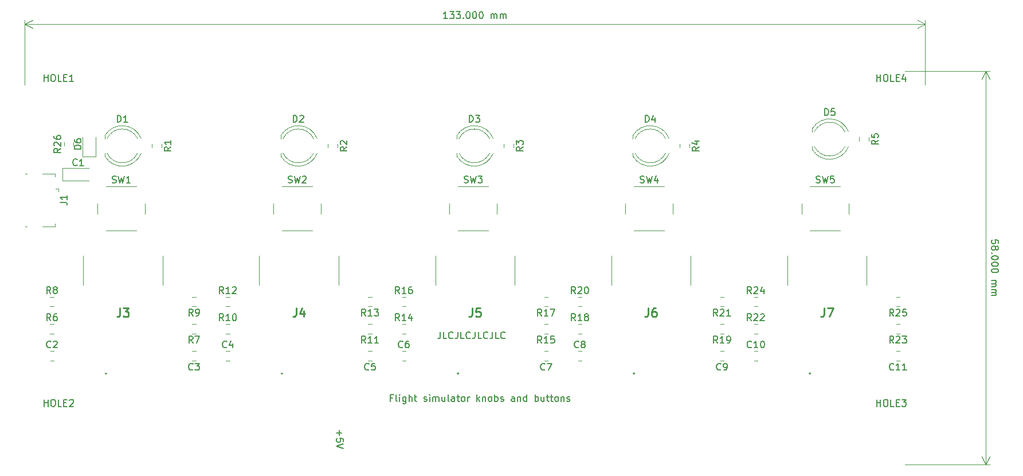
<source format=gbr>
%TF.GenerationSoftware,KiCad,Pcbnew,(5.1.6)-1*%
%TF.CreationDate,2020-10-11T13:06:13-07:00*%
%TF.ProjectId,Autopilot panel,4175746f-7069-46c6-9f74-2070616e656c,rev?*%
%TF.SameCoordinates,Original*%
%TF.FileFunction,Legend,Top*%
%TF.FilePolarity,Positive*%
%FSLAX46Y46*%
G04 Gerber Fmt 4.6, Leading zero omitted, Abs format (unit mm)*
G04 Created by KiCad (PCBNEW (5.1.6)-1) date 2020-10-11 13:06:13*
%MOMM*%
%LPD*%
G01*
G04 APERTURE LIST*
%ADD10C,0.150000*%
%ADD11C,0.120000*%
%ADD12C,0.100000*%
%ADD13C,0.200000*%
%ADD14C,0.254000*%
G04 APERTURE END LIST*
D10*
X110380952Y-101452380D02*
X110380952Y-102166666D01*
X110333333Y-102309523D01*
X110238095Y-102404761D01*
X110095238Y-102452380D01*
X110000000Y-102452380D01*
X111333333Y-102452380D02*
X110857142Y-102452380D01*
X110857142Y-101452380D01*
X112238095Y-102357142D02*
X112190476Y-102404761D01*
X112047619Y-102452380D01*
X111952380Y-102452380D01*
X111809523Y-102404761D01*
X111714285Y-102309523D01*
X111666666Y-102214285D01*
X111619047Y-102023809D01*
X111619047Y-101880952D01*
X111666666Y-101690476D01*
X111714285Y-101595238D01*
X111809523Y-101500000D01*
X111952380Y-101452380D01*
X112047619Y-101452380D01*
X112190476Y-101500000D01*
X112238095Y-101547619D01*
X112952380Y-101452380D02*
X112952380Y-102166666D01*
X112904761Y-102309523D01*
X112809523Y-102404761D01*
X112666666Y-102452380D01*
X112571428Y-102452380D01*
X113904761Y-102452380D02*
X113428571Y-102452380D01*
X113428571Y-101452380D01*
X114809523Y-102357142D02*
X114761904Y-102404761D01*
X114619047Y-102452380D01*
X114523809Y-102452380D01*
X114380952Y-102404761D01*
X114285714Y-102309523D01*
X114238095Y-102214285D01*
X114190476Y-102023809D01*
X114190476Y-101880952D01*
X114238095Y-101690476D01*
X114285714Y-101595238D01*
X114380952Y-101500000D01*
X114523809Y-101452380D01*
X114619047Y-101452380D01*
X114761904Y-101500000D01*
X114809523Y-101547619D01*
X115523809Y-101452380D02*
X115523809Y-102166666D01*
X115476190Y-102309523D01*
X115380952Y-102404761D01*
X115238095Y-102452380D01*
X115142857Y-102452380D01*
X116476190Y-102452380D02*
X116000000Y-102452380D01*
X116000000Y-101452380D01*
X117380952Y-102357142D02*
X117333333Y-102404761D01*
X117190476Y-102452380D01*
X117095238Y-102452380D01*
X116952380Y-102404761D01*
X116857142Y-102309523D01*
X116809523Y-102214285D01*
X116761904Y-102023809D01*
X116761904Y-101880952D01*
X116809523Y-101690476D01*
X116857142Y-101595238D01*
X116952380Y-101500000D01*
X117095238Y-101452380D01*
X117190476Y-101452380D01*
X117333333Y-101500000D01*
X117380952Y-101547619D01*
X118095238Y-101452380D02*
X118095238Y-102166666D01*
X118047619Y-102309523D01*
X117952380Y-102404761D01*
X117809523Y-102452380D01*
X117714285Y-102452380D01*
X119047619Y-102452380D02*
X118571428Y-102452380D01*
X118571428Y-101452380D01*
X119952380Y-102357142D02*
X119904761Y-102404761D01*
X119761904Y-102452380D01*
X119666666Y-102452380D01*
X119523809Y-102404761D01*
X119428571Y-102309523D01*
X119380952Y-102214285D01*
X119333333Y-102023809D01*
X119333333Y-101880952D01*
X119380952Y-101690476D01*
X119428571Y-101595238D01*
X119523809Y-101500000D01*
X119666666Y-101452380D01*
X119761904Y-101452380D01*
X119904761Y-101500000D01*
X119952380Y-101547619D01*
X192817619Y-88380952D02*
X192817619Y-87904761D01*
X192341428Y-87857142D01*
X192389047Y-87904761D01*
X192436666Y-88000000D01*
X192436666Y-88238095D01*
X192389047Y-88333333D01*
X192341428Y-88380952D01*
X192246190Y-88428571D01*
X192008095Y-88428571D01*
X191912857Y-88380952D01*
X191865238Y-88333333D01*
X191817619Y-88238095D01*
X191817619Y-88000000D01*
X191865238Y-87904761D01*
X191912857Y-87857142D01*
X192389047Y-89000000D02*
X192436666Y-88904761D01*
X192484285Y-88857142D01*
X192579523Y-88809523D01*
X192627142Y-88809523D01*
X192722380Y-88857142D01*
X192770000Y-88904761D01*
X192817619Y-89000000D01*
X192817619Y-89190476D01*
X192770000Y-89285714D01*
X192722380Y-89333333D01*
X192627142Y-89380952D01*
X192579523Y-89380952D01*
X192484285Y-89333333D01*
X192436666Y-89285714D01*
X192389047Y-89190476D01*
X192389047Y-89000000D01*
X192341428Y-88904761D01*
X192293809Y-88857142D01*
X192198571Y-88809523D01*
X192008095Y-88809523D01*
X191912857Y-88857142D01*
X191865238Y-88904761D01*
X191817619Y-89000000D01*
X191817619Y-89190476D01*
X191865238Y-89285714D01*
X191912857Y-89333333D01*
X192008095Y-89380952D01*
X192198571Y-89380952D01*
X192293809Y-89333333D01*
X192341428Y-89285714D01*
X192389047Y-89190476D01*
X191912857Y-89809523D02*
X191865238Y-89857142D01*
X191817619Y-89809523D01*
X191865238Y-89761904D01*
X191912857Y-89809523D01*
X191817619Y-89809523D01*
X192817619Y-90476190D02*
X192817619Y-90571428D01*
X192770000Y-90666666D01*
X192722380Y-90714285D01*
X192627142Y-90761904D01*
X192436666Y-90809523D01*
X192198571Y-90809523D01*
X192008095Y-90761904D01*
X191912857Y-90714285D01*
X191865238Y-90666666D01*
X191817619Y-90571428D01*
X191817619Y-90476190D01*
X191865238Y-90380952D01*
X191912857Y-90333333D01*
X192008095Y-90285714D01*
X192198571Y-90238095D01*
X192436666Y-90238095D01*
X192627142Y-90285714D01*
X192722380Y-90333333D01*
X192770000Y-90380952D01*
X192817619Y-90476190D01*
X192817619Y-91428571D02*
X192817619Y-91523809D01*
X192770000Y-91619047D01*
X192722380Y-91666666D01*
X192627142Y-91714285D01*
X192436666Y-91761904D01*
X192198571Y-91761904D01*
X192008095Y-91714285D01*
X191912857Y-91666666D01*
X191865238Y-91619047D01*
X191817619Y-91523809D01*
X191817619Y-91428571D01*
X191865238Y-91333333D01*
X191912857Y-91285714D01*
X192008095Y-91238095D01*
X192198571Y-91190476D01*
X192436666Y-91190476D01*
X192627142Y-91238095D01*
X192722380Y-91285714D01*
X192770000Y-91333333D01*
X192817619Y-91428571D01*
X192817619Y-92380952D02*
X192817619Y-92476190D01*
X192770000Y-92571428D01*
X192722380Y-92619047D01*
X192627142Y-92666666D01*
X192436666Y-92714285D01*
X192198571Y-92714285D01*
X192008095Y-92666666D01*
X191912857Y-92619047D01*
X191865238Y-92571428D01*
X191817619Y-92476190D01*
X191817619Y-92380952D01*
X191865238Y-92285714D01*
X191912857Y-92238095D01*
X192008095Y-92190476D01*
X192198571Y-92142857D01*
X192436666Y-92142857D01*
X192627142Y-92190476D01*
X192722380Y-92238095D01*
X192770000Y-92285714D01*
X192817619Y-92380952D01*
X191817619Y-93904761D02*
X192484285Y-93904761D01*
X192389047Y-93904761D02*
X192436666Y-93952380D01*
X192484285Y-94047619D01*
X192484285Y-94190476D01*
X192436666Y-94285714D01*
X192341428Y-94333333D01*
X191817619Y-94333333D01*
X192341428Y-94333333D02*
X192436666Y-94380952D01*
X192484285Y-94476190D01*
X192484285Y-94619047D01*
X192436666Y-94714285D01*
X192341428Y-94761904D01*
X191817619Y-94761904D01*
X191817619Y-95238095D02*
X192484285Y-95238095D01*
X192389047Y-95238095D02*
X192436666Y-95285714D01*
X192484285Y-95380952D01*
X192484285Y-95523809D01*
X192436666Y-95619047D01*
X192341428Y-95666666D01*
X191817619Y-95666666D01*
X192341428Y-95666666D02*
X192436666Y-95714285D01*
X192484285Y-95809523D01*
X192484285Y-95952380D01*
X192436666Y-96047619D01*
X192341428Y-96095238D01*
X191817619Y-96095238D01*
D11*
X191000000Y-63000000D02*
X191000000Y-121000000D01*
X179000000Y-63000000D02*
X191586421Y-63000000D01*
X179000000Y-121000000D02*
X191586421Y-121000000D01*
X191000000Y-121000000D02*
X190413579Y-119873496D01*
X191000000Y-121000000D02*
X191586421Y-119873496D01*
X191000000Y-63000000D02*
X190413579Y-64126504D01*
X191000000Y-63000000D02*
X191586421Y-64126504D01*
D10*
X111452380Y-55182380D02*
X110880952Y-55182380D01*
X111166666Y-55182380D02*
X111166666Y-54182380D01*
X111071428Y-54325238D01*
X110976190Y-54420476D01*
X110880952Y-54468095D01*
X111785714Y-54182380D02*
X112404761Y-54182380D01*
X112071428Y-54563333D01*
X112214285Y-54563333D01*
X112309523Y-54610952D01*
X112357142Y-54658571D01*
X112404761Y-54753809D01*
X112404761Y-54991904D01*
X112357142Y-55087142D01*
X112309523Y-55134761D01*
X112214285Y-55182380D01*
X111928571Y-55182380D01*
X111833333Y-55134761D01*
X111785714Y-55087142D01*
X112738095Y-54182380D02*
X113357142Y-54182380D01*
X113023809Y-54563333D01*
X113166666Y-54563333D01*
X113261904Y-54610952D01*
X113309523Y-54658571D01*
X113357142Y-54753809D01*
X113357142Y-54991904D01*
X113309523Y-55087142D01*
X113261904Y-55134761D01*
X113166666Y-55182380D01*
X112880952Y-55182380D01*
X112785714Y-55134761D01*
X112738095Y-55087142D01*
X113785714Y-55087142D02*
X113833333Y-55134761D01*
X113785714Y-55182380D01*
X113738095Y-55134761D01*
X113785714Y-55087142D01*
X113785714Y-55182380D01*
X114452380Y-54182380D02*
X114547619Y-54182380D01*
X114642857Y-54230000D01*
X114690476Y-54277619D01*
X114738095Y-54372857D01*
X114785714Y-54563333D01*
X114785714Y-54801428D01*
X114738095Y-54991904D01*
X114690476Y-55087142D01*
X114642857Y-55134761D01*
X114547619Y-55182380D01*
X114452380Y-55182380D01*
X114357142Y-55134761D01*
X114309523Y-55087142D01*
X114261904Y-54991904D01*
X114214285Y-54801428D01*
X114214285Y-54563333D01*
X114261904Y-54372857D01*
X114309523Y-54277619D01*
X114357142Y-54230000D01*
X114452380Y-54182380D01*
X115404761Y-54182380D02*
X115500000Y-54182380D01*
X115595238Y-54230000D01*
X115642857Y-54277619D01*
X115690476Y-54372857D01*
X115738095Y-54563333D01*
X115738095Y-54801428D01*
X115690476Y-54991904D01*
X115642857Y-55087142D01*
X115595238Y-55134761D01*
X115500000Y-55182380D01*
X115404761Y-55182380D01*
X115309523Y-55134761D01*
X115261904Y-55087142D01*
X115214285Y-54991904D01*
X115166666Y-54801428D01*
X115166666Y-54563333D01*
X115214285Y-54372857D01*
X115261904Y-54277619D01*
X115309523Y-54230000D01*
X115404761Y-54182380D01*
X116357142Y-54182380D02*
X116452380Y-54182380D01*
X116547619Y-54230000D01*
X116595238Y-54277619D01*
X116642857Y-54372857D01*
X116690476Y-54563333D01*
X116690476Y-54801428D01*
X116642857Y-54991904D01*
X116595238Y-55087142D01*
X116547619Y-55134761D01*
X116452380Y-55182380D01*
X116357142Y-55182380D01*
X116261904Y-55134761D01*
X116214285Y-55087142D01*
X116166666Y-54991904D01*
X116119047Y-54801428D01*
X116119047Y-54563333D01*
X116166666Y-54372857D01*
X116214285Y-54277619D01*
X116261904Y-54230000D01*
X116357142Y-54182380D01*
X117880952Y-55182380D02*
X117880952Y-54515714D01*
X117880952Y-54610952D02*
X117928571Y-54563333D01*
X118023809Y-54515714D01*
X118166666Y-54515714D01*
X118261904Y-54563333D01*
X118309523Y-54658571D01*
X118309523Y-55182380D01*
X118309523Y-54658571D02*
X118357142Y-54563333D01*
X118452380Y-54515714D01*
X118595238Y-54515714D01*
X118690476Y-54563333D01*
X118738095Y-54658571D01*
X118738095Y-55182380D01*
X119214285Y-55182380D02*
X119214285Y-54515714D01*
X119214285Y-54610952D02*
X119261904Y-54563333D01*
X119357142Y-54515714D01*
X119500000Y-54515714D01*
X119595238Y-54563333D01*
X119642857Y-54658571D01*
X119642857Y-55182380D01*
X119642857Y-54658571D02*
X119690476Y-54563333D01*
X119785714Y-54515714D01*
X119928571Y-54515714D01*
X120023809Y-54563333D01*
X120071428Y-54658571D01*
X120071428Y-55182380D01*
D11*
X49000000Y-56000000D02*
X182000000Y-56000000D01*
X49000000Y-65000000D02*
X49000000Y-55413579D01*
X182000000Y-65000000D02*
X182000000Y-55413579D01*
X182000000Y-56000000D02*
X180873496Y-56586421D01*
X182000000Y-56000000D02*
X180873496Y-55413579D01*
X49000000Y-56000000D02*
X50126504Y-56586421D01*
X49000000Y-56000000D02*
X50126504Y-55413579D01*
D10*
X95428571Y-115964285D02*
X95428571Y-116726190D01*
X95047619Y-116345238D02*
X95809523Y-116345238D01*
X96047619Y-117678571D02*
X96047619Y-117202380D01*
X95571428Y-117154761D01*
X95619047Y-117202380D01*
X95666666Y-117297619D01*
X95666666Y-117535714D01*
X95619047Y-117630952D01*
X95571428Y-117678571D01*
X95476190Y-117726190D01*
X95238095Y-117726190D01*
X95142857Y-117678571D01*
X95095238Y-117630952D01*
X95047619Y-117535714D01*
X95047619Y-117297619D01*
X95095238Y-117202380D01*
X95142857Y-117154761D01*
X96047619Y-118011904D02*
X95047619Y-118345238D01*
X96047619Y-118678571D01*
X103345238Y-111178571D02*
X103011904Y-111178571D01*
X103011904Y-111702380D02*
X103011904Y-110702380D01*
X103488095Y-110702380D01*
X104011904Y-111702380D02*
X103916666Y-111654761D01*
X103869047Y-111559523D01*
X103869047Y-110702380D01*
X104392857Y-111702380D02*
X104392857Y-111035714D01*
X104392857Y-110702380D02*
X104345238Y-110750000D01*
X104392857Y-110797619D01*
X104440476Y-110750000D01*
X104392857Y-110702380D01*
X104392857Y-110797619D01*
X105297619Y-111035714D02*
X105297619Y-111845238D01*
X105250000Y-111940476D01*
X105202380Y-111988095D01*
X105107142Y-112035714D01*
X104964285Y-112035714D01*
X104869047Y-111988095D01*
X105297619Y-111654761D02*
X105202380Y-111702380D01*
X105011904Y-111702380D01*
X104916666Y-111654761D01*
X104869047Y-111607142D01*
X104821428Y-111511904D01*
X104821428Y-111226190D01*
X104869047Y-111130952D01*
X104916666Y-111083333D01*
X105011904Y-111035714D01*
X105202380Y-111035714D01*
X105297619Y-111083333D01*
X105773809Y-111702380D02*
X105773809Y-110702380D01*
X106202380Y-111702380D02*
X106202380Y-111178571D01*
X106154761Y-111083333D01*
X106059523Y-111035714D01*
X105916666Y-111035714D01*
X105821428Y-111083333D01*
X105773809Y-111130952D01*
X106535714Y-111035714D02*
X106916666Y-111035714D01*
X106678571Y-110702380D02*
X106678571Y-111559523D01*
X106726190Y-111654761D01*
X106821428Y-111702380D01*
X106916666Y-111702380D01*
X107964285Y-111654761D02*
X108059523Y-111702380D01*
X108250000Y-111702380D01*
X108345238Y-111654761D01*
X108392857Y-111559523D01*
X108392857Y-111511904D01*
X108345238Y-111416666D01*
X108250000Y-111369047D01*
X108107142Y-111369047D01*
X108011904Y-111321428D01*
X107964285Y-111226190D01*
X107964285Y-111178571D01*
X108011904Y-111083333D01*
X108107142Y-111035714D01*
X108250000Y-111035714D01*
X108345238Y-111083333D01*
X108821428Y-111702380D02*
X108821428Y-111035714D01*
X108821428Y-110702380D02*
X108773809Y-110750000D01*
X108821428Y-110797619D01*
X108869047Y-110750000D01*
X108821428Y-110702380D01*
X108821428Y-110797619D01*
X109297619Y-111702380D02*
X109297619Y-111035714D01*
X109297619Y-111130952D02*
X109345238Y-111083333D01*
X109440476Y-111035714D01*
X109583333Y-111035714D01*
X109678571Y-111083333D01*
X109726190Y-111178571D01*
X109726190Y-111702380D01*
X109726190Y-111178571D02*
X109773809Y-111083333D01*
X109869047Y-111035714D01*
X110011904Y-111035714D01*
X110107142Y-111083333D01*
X110154761Y-111178571D01*
X110154761Y-111702380D01*
X111059523Y-111035714D02*
X111059523Y-111702380D01*
X110630952Y-111035714D02*
X110630952Y-111559523D01*
X110678571Y-111654761D01*
X110773809Y-111702380D01*
X110916666Y-111702380D01*
X111011904Y-111654761D01*
X111059523Y-111607142D01*
X111678571Y-111702380D02*
X111583333Y-111654761D01*
X111535714Y-111559523D01*
X111535714Y-110702380D01*
X112488095Y-111702380D02*
X112488095Y-111178571D01*
X112440476Y-111083333D01*
X112345238Y-111035714D01*
X112154761Y-111035714D01*
X112059523Y-111083333D01*
X112488095Y-111654761D02*
X112392857Y-111702380D01*
X112154761Y-111702380D01*
X112059523Y-111654761D01*
X112011904Y-111559523D01*
X112011904Y-111464285D01*
X112059523Y-111369047D01*
X112154761Y-111321428D01*
X112392857Y-111321428D01*
X112488095Y-111273809D01*
X112821428Y-111035714D02*
X113202380Y-111035714D01*
X112964285Y-110702380D02*
X112964285Y-111559523D01*
X113011904Y-111654761D01*
X113107142Y-111702380D01*
X113202380Y-111702380D01*
X113678571Y-111702380D02*
X113583333Y-111654761D01*
X113535714Y-111607142D01*
X113488095Y-111511904D01*
X113488095Y-111226190D01*
X113535714Y-111130952D01*
X113583333Y-111083333D01*
X113678571Y-111035714D01*
X113821428Y-111035714D01*
X113916666Y-111083333D01*
X113964285Y-111130952D01*
X114011904Y-111226190D01*
X114011904Y-111511904D01*
X113964285Y-111607142D01*
X113916666Y-111654761D01*
X113821428Y-111702380D01*
X113678571Y-111702380D01*
X114440476Y-111702380D02*
X114440476Y-111035714D01*
X114440476Y-111226190D02*
X114488095Y-111130952D01*
X114535714Y-111083333D01*
X114630952Y-111035714D01*
X114726190Y-111035714D01*
X115821428Y-111702380D02*
X115821428Y-110702380D01*
X115916666Y-111321428D02*
X116202380Y-111702380D01*
X116202380Y-111035714D02*
X115821428Y-111416666D01*
X116630952Y-111035714D02*
X116630952Y-111702380D01*
X116630952Y-111130952D02*
X116678571Y-111083333D01*
X116773809Y-111035714D01*
X116916666Y-111035714D01*
X117011904Y-111083333D01*
X117059523Y-111178571D01*
X117059523Y-111702380D01*
X117678571Y-111702380D02*
X117583333Y-111654761D01*
X117535714Y-111607142D01*
X117488095Y-111511904D01*
X117488095Y-111226190D01*
X117535714Y-111130952D01*
X117583333Y-111083333D01*
X117678571Y-111035714D01*
X117821428Y-111035714D01*
X117916666Y-111083333D01*
X117964285Y-111130952D01*
X118011904Y-111226190D01*
X118011904Y-111511904D01*
X117964285Y-111607142D01*
X117916666Y-111654761D01*
X117821428Y-111702380D01*
X117678571Y-111702380D01*
X118440476Y-111702380D02*
X118440476Y-110702380D01*
X118440476Y-111083333D02*
X118535714Y-111035714D01*
X118726190Y-111035714D01*
X118821428Y-111083333D01*
X118869047Y-111130952D01*
X118916666Y-111226190D01*
X118916666Y-111511904D01*
X118869047Y-111607142D01*
X118821428Y-111654761D01*
X118726190Y-111702380D01*
X118535714Y-111702380D01*
X118440476Y-111654761D01*
X119297619Y-111654761D02*
X119392857Y-111702380D01*
X119583333Y-111702380D01*
X119678571Y-111654761D01*
X119726190Y-111559523D01*
X119726190Y-111511904D01*
X119678571Y-111416666D01*
X119583333Y-111369047D01*
X119440476Y-111369047D01*
X119345238Y-111321428D01*
X119297619Y-111226190D01*
X119297619Y-111178571D01*
X119345238Y-111083333D01*
X119440476Y-111035714D01*
X119583333Y-111035714D01*
X119678571Y-111083333D01*
X121345238Y-111702380D02*
X121345238Y-111178571D01*
X121297619Y-111083333D01*
X121202380Y-111035714D01*
X121011904Y-111035714D01*
X120916666Y-111083333D01*
X121345238Y-111654761D02*
X121250000Y-111702380D01*
X121011904Y-111702380D01*
X120916666Y-111654761D01*
X120869047Y-111559523D01*
X120869047Y-111464285D01*
X120916666Y-111369047D01*
X121011904Y-111321428D01*
X121250000Y-111321428D01*
X121345238Y-111273809D01*
X121821428Y-111035714D02*
X121821428Y-111702380D01*
X121821428Y-111130952D02*
X121869047Y-111083333D01*
X121964285Y-111035714D01*
X122107142Y-111035714D01*
X122202380Y-111083333D01*
X122250000Y-111178571D01*
X122250000Y-111702380D01*
X123154761Y-111702380D02*
X123154761Y-110702380D01*
X123154761Y-111654761D02*
X123059523Y-111702380D01*
X122869047Y-111702380D01*
X122773809Y-111654761D01*
X122726190Y-111607142D01*
X122678571Y-111511904D01*
X122678571Y-111226190D01*
X122726190Y-111130952D01*
X122773809Y-111083333D01*
X122869047Y-111035714D01*
X123059523Y-111035714D01*
X123154761Y-111083333D01*
X124392857Y-111702380D02*
X124392857Y-110702380D01*
X124392857Y-111083333D02*
X124488095Y-111035714D01*
X124678571Y-111035714D01*
X124773809Y-111083333D01*
X124821428Y-111130952D01*
X124869047Y-111226190D01*
X124869047Y-111511904D01*
X124821428Y-111607142D01*
X124773809Y-111654761D01*
X124678571Y-111702380D01*
X124488095Y-111702380D01*
X124392857Y-111654761D01*
X125726190Y-111035714D02*
X125726190Y-111702380D01*
X125297619Y-111035714D02*
X125297619Y-111559523D01*
X125345238Y-111654761D01*
X125440476Y-111702380D01*
X125583333Y-111702380D01*
X125678571Y-111654761D01*
X125726190Y-111607142D01*
X126059523Y-111035714D02*
X126440476Y-111035714D01*
X126202380Y-110702380D02*
X126202380Y-111559523D01*
X126249999Y-111654761D01*
X126345238Y-111702380D01*
X126440476Y-111702380D01*
X126630952Y-111035714D02*
X127011904Y-111035714D01*
X126773809Y-110702380D02*
X126773809Y-111559523D01*
X126821428Y-111654761D01*
X126916666Y-111702380D01*
X127011904Y-111702380D01*
X127488095Y-111702380D02*
X127392857Y-111654761D01*
X127345238Y-111607142D01*
X127297619Y-111511904D01*
X127297619Y-111226190D01*
X127345238Y-111130952D01*
X127392857Y-111083333D01*
X127488095Y-111035714D01*
X127630952Y-111035714D01*
X127726190Y-111083333D01*
X127773809Y-111130952D01*
X127821428Y-111226190D01*
X127821428Y-111511904D01*
X127773809Y-111607142D01*
X127726190Y-111654761D01*
X127630952Y-111702380D01*
X127488095Y-111702380D01*
X128249999Y-111035714D02*
X128249999Y-111702380D01*
X128249999Y-111130952D02*
X128297619Y-111083333D01*
X128392857Y-111035714D01*
X128535714Y-111035714D01*
X128630952Y-111083333D01*
X128678571Y-111178571D01*
X128678571Y-111702380D01*
X129107142Y-111654761D02*
X129202380Y-111702380D01*
X129392857Y-111702380D01*
X129488095Y-111654761D01*
X129535714Y-111559523D01*
X129535714Y-111511904D01*
X129488095Y-111416666D01*
X129392857Y-111369047D01*
X129249999Y-111369047D01*
X129154761Y-111321428D01*
X129107142Y-111226190D01*
X129107142Y-111178571D01*
X129154761Y-111083333D01*
X129249999Y-111035714D01*
X129392857Y-111035714D01*
X129488095Y-111083333D01*
D12*
%TO.C,J6*%
X147350000Y-90250000D02*
X147350000Y-94500000D01*
X135650000Y-90250000D02*
X135650000Y-94500000D01*
D13*
X139000000Y-107700000D02*
X139000000Y-107700000D01*
X139000000Y-107500000D02*
X139000000Y-107500000D01*
X139000000Y-107700000D02*
G75*
G02*
X139000000Y-107500000I0J100000D01*
G01*
X139000000Y-107500000D02*
G75*
G02*
X139000000Y-107700000I0J-100000D01*
G01*
D11*
%TO.C,C1*%
X54586000Y-79167000D02*
X58496000Y-79167000D01*
X54586000Y-77297000D02*
X54586000Y-79167000D01*
X58496000Y-77297000D02*
X54586000Y-77297000D01*
%TO.C,C2*%
X52763748Y-104290000D02*
X53286252Y-104290000D01*
X52763748Y-105710000D02*
X53286252Y-105710000D01*
%TO.C,C3*%
X74261252Y-104290000D02*
X73738748Y-104290000D01*
X74261252Y-105710000D02*
X73738748Y-105710000D01*
%TO.C,C4*%
X78738748Y-105710000D02*
X79261252Y-105710000D01*
X78738748Y-104290000D02*
X79261252Y-104290000D01*
%TO.C,C5*%
X100261252Y-105710000D02*
X99738748Y-105710000D01*
X100261252Y-104290000D02*
X99738748Y-104290000D01*
%TO.C,C6*%
X104738748Y-105710000D02*
X105261252Y-105710000D01*
X104738748Y-104290000D02*
X105261252Y-104290000D01*
%TO.C,C7*%
X126261252Y-105710000D02*
X125738748Y-105710000D01*
X126261252Y-104290000D02*
X125738748Y-104290000D01*
%TO.C,C8*%
X130738748Y-104290000D02*
X131261252Y-104290000D01*
X130738748Y-105710000D02*
X131261252Y-105710000D01*
%TO.C,C9*%
X152261252Y-104290000D02*
X151738748Y-104290000D01*
X152261252Y-105710000D02*
X151738748Y-105710000D01*
%TO.C,C10*%
X156738748Y-105710000D02*
X157261252Y-105710000D01*
X156738748Y-104290000D02*
X157261252Y-104290000D01*
%TO.C,C11*%
X178261252Y-105710000D02*
X177738748Y-105710000D01*
X178261252Y-104290000D02*
X177738748Y-104290000D01*
%TO.C,J1*%
X54012500Y-80300000D02*
X53562500Y-80300000D01*
X54012500Y-80300000D02*
X54012500Y-80750000D01*
X53462500Y-85900000D02*
X53462500Y-85450000D01*
X51612500Y-85900000D02*
X53462500Y-85900000D01*
X49062500Y-78100000D02*
X49312500Y-78100000D01*
X49062500Y-85900000D02*
X49312500Y-85900000D01*
X51612500Y-78100000D02*
X53462500Y-78100000D01*
X53462500Y-78100000D02*
X53462500Y-78550000D01*
D12*
%TO.C,J3*%
X69350000Y-90250000D02*
X69350000Y-94500000D01*
X57650000Y-90250000D02*
X57650000Y-94500000D01*
D13*
X61000000Y-107700000D02*
X61000000Y-107700000D01*
X61000000Y-107500000D02*
X61000000Y-107500000D01*
X61000000Y-107700000D02*
G75*
G02*
X61000000Y-107500000I0J100000D01*
G01*
X61000000Y-107500000D02*
G75*
G02*
X61000000Y-107700000I0J-100000D01*
G01*
D12*
%TO.C,J4*%
X95350000Y-90250000D02*
X95350000Y-94500000D01*
X83650000Y-90250000D02*
X83650000Y-94500000D01*
D13*
X87000000Y-107700000D02*
X87000000Y-107700000D01*
X87000000Y-107500000D02*
X87000000Y-107500000D01*
X87000000Y-107700000D02*
G75*
G02*
X87000000Y-107500000I0J100000D01*
G01*
X87000000Y-107500000D02*
G75*
G02*
X87000000Y-107700000I0J-100000D01*
G01*
%TO.C,J5*%
X113000000Y-107500000D02*
X113000000Y-107500000D01*
X113000000Y-107700000D02*
X113000000Y-107700000D01*
D12*
X109650000Y-90250000D02*
X109650000Y-94500000D01*
X121350000Y-90250000D02*
X121350000Y-94500000D01*
D13*
X113000000Y-107500000D02*
G75*
G02*
X113000000Y-107700000I0J-100000D01*
G01*
X113000000Y-107700000D02*
G75*
G02*
X113000000Y-107500000I0J100000D01*
G01*
%TO.C,J7*%
X165000000Y-107500000D02*
X165000000Y-107500000D01*
X165000000Y-107700000D02*
X165000000Y-107700000D01*
D12*
X161650000Y-90250000D02*
X161650000Y-94500000D01*
X173350000Y-90250000D02*
X173350000Y-94500000D01*
D13*
X165000000Y-107500000D02*
G75*
G02*
X165000000Y-107700000I0J-100000D01*
G01*
X165000000Y-107700000D02*
G75*
G02*
X165000000Y-107500000I0J100000D01*
G01*
D11*
%TO.C,R1*%
X67790000Y-73738748D02*
X67790000Y-74261252D01*
X69210000Y-73738748D02*
X69210000Y-74261252D01*
%TO.C,R6*%
X52738748Y-100290000D02*
X53261252Y-100290000D01*
X52738748Y-101710000D02*
X53261252Y-101710000D01*
%TO.C,R7*%
X74261252Y-100290000D02*
X73738748Y-100290000D01*
X74261252Y-101710000D02*
X73738748Y-101710000D01*
%TO.C,R8*%
X52738748Y-97710000D02*
X53261252Y-97710000D01*
X52738748Y-96290000D02*
X53261252Y-96290000D01*
%TO.C,R9*%
X74261252Y-97710000D02*
X73738748Y-97710000D01*
X74261252Y-96290000D02*
X73738748Y-96290000D01*
%TO.C,R10*%
X78738748Y-100290000D02*
X79261252Y-100290000D01*
X78738748Y-101710000D02*
X79261252Y-101710000D01*
%TO.C,R11*%
X100261252Y-101710000D02*
X99738748Y-101710000D01*
X100261252Y-100290000D02*
X99738748Y-100290000D01*
%TO.C,R12*%
X78738748Y-96290000D02*
X79261252Y-96290000D01*
X78738748Y-97710000D02*
X79261252Y-97710000D01*
%TO.C,R13*%
X100261252Y-96290000D02*
X99738748Y-96290000D01*
X100261252Y-97710000D02*
X99738748Y-97710000D01*
%TO.C,R14*%
X104738748Y-101710000D02*
X105261252Y-101710000D01*
X104738748Y-100290000D02*
X105261252Y-100290000D01*
%TO.C,R15*%
X126261252Y-101710000D02*
X125738748Y-101710000D01*
X126261252Y-100290000D02*
X125738748Y-100290000D01*
%TO.C,R16*%
X104738748Y-97710000D02*
X105261252Y-97710000D01*
X104738748Y-96290000D02*
X105261252Y-96290000D01*
%TO.C,R17*%
X126261252Y-96290000D02*
X125738748Y-96290000D01*
X126261252Y-97710000D02*
X125738748Y-97710000D01*
%TO.C,R18*%
X130738748Y-101710000D02*
X131261252Y-101710000D01*
X130738748Y-100290000D02*
X131261252Y-100290000D01*
%TO.C,R19*%
X152261252Y-101710000D02*
X151738748Y-101710000D01*
X152261252Y-100290000D02*
X151738748Y-100290000D01*
%TO.C,R20*%
X130738748Y-96290000D02*
X131261252Y-96290000D01*
X130738748Y-97710000D02*
X131261252Y-97710000D01*
%TO.C,R21*%
X152261252Y-96290000D02*
X151738748Y-96290000D01*
X152261252Y-97710000D02*
X151738748Y-97710000D01*
%TO.C,R22*%
X156738748Y-101710000D02*
X157261252Y-101710000D01*
X156738748Y-100290000D02*
X157261252Y-100290000D01*
%TO.C,R23*%
X178261252Y-101710000D02*
X177738748Y-101710000D01*
X178261252Y-100290000D02*
X177738748Y-100290000D01*
%TO.C,R24*%
X156738748Y-96290000D02*
X157261252Y-96290000D01*
X156738748Y-97710000D02*
X157261252Y-97710000D01*
%TO.C,R25*%
X178261252Y-96290000D02*
X177738748Y-96290000D01*
X178261252Y-97710000D02*
X177738748Y-97710000D01*
%TO.C,SW1*%
X66750000Y-84000000D02*
X66750000Y-82500000D01*
X65500000Y-80000000D02*
X61000000Y-80000000D01*
X59750000Y-82500000D02*
X59750000Y-84000000D01*
X61000000Y-86500000D02*
X65500000Y-86500000D01*
%TO.C,SW2*%
X87000000Y-86500000D02*
X91500000Y-86500000D01*
X85750000Y-82500000D02*
X85750000Y-84000000D01*
X91500000Y-80000000D02*
X87000000Y-80000000D01*
X92750000Y-84000000D02*
X92750000Y-82500000D01*
%TO.C,SW3*%
X118750000Y-84000000D02*
X118750000Y-82500000D01*
X117500000Y-80000000D02*
X113000000Y-80000000D01*
X111750000Y-82500000D02*
X111750000Y-84000000D01*
X113000000Y-86500000D02*
X117500000Y-86500000D01*
%TO.C,SW4*%
X139000000Y-86500000D02*
X143500000Y-86500000D01*
X137750000Y-82500000D02*
X137750000Y-84000000D01*
X143500000Y-80000000D02*
X139000000Y-80000000D01*
X144750000Y-84000000D02*
X144750000Y-82500000D01*
%TO.C,SW5*%
X170750000Y-84000000D02*
X170750000Y-82500000D01*
X169500000Y-80000000D02*
X165000000Y-80000000D01*
X163750000Y-82500000D02*
X163750000Y-84000000D01*
X165000000Y-86500000D02*
X169500000Y-86500000D01*
%TO.C,D6*%
X59468000Y-75590000D02*
X59468000Y-72730000D01*
X57548000Y-75590000D02*
X59468000Y-75590000D01*
X57548000Y-72730000D02*
X57548000Y-75590000D01*
%TO.C,R26*%
X56218000Y-73991252D02*
X56218000Y-73468748D01*
X54798000Y-73991252D02*
X54798000Y-73468748D01*
%TO.C,D1*%
X60845000Y-72455000D02*
X60845000Y-72920000D01*
X60845000Y-75080000D02*
X60845000Y-75545000D01*
X65659479Y-75080429D02*
G75*
G02*
X61150316Y-75080000I-2254479J1080429D01*
G01*
X65659479Y-72919571D02*
G75*
G03*
X61150316Y-72920000I-2254479J-1080429D01*
G01*
X66192815Y-75080827D02*
G75*
G02*
X60845000Y-75544830I-2787815J1080827D01*
G01*
X66192815Y-72919173D02*
G75*
G03*
X60845000Y-72455170I-2787815J-1080827D01*
G01*
%TO.C,D2*%
X86845000Y-75080000D02*
X86845000Y-75545000D01*
X86845000Y-72455000D02*
X86845000Y-72920000D01*
X92192815Y-72919173D02*
G75*
G03*
X86845000Y-72455170I-2787815J-1080827D01*
G01*
X92192815Y-75080827D02*
G75*
G02*
X86845000Y-75544830I-2787815J1080827D01*
G01*
X91659479Y-72919571D02*
G75*
G03*
X87150316Y-72920000I-2254479J-1080429D01*
G01*
X91659479Y-75080429D02*
G75*
G02*
X87150316Y-75080000I-2254479J1080429D01*
G01*
%TO.C,D3*%
X112845000Y-72455000D02*
X112845000Y-72920000D01*
X112845000Y-75080000D02*
X112845000Y-75545000D01*
X117659479Y-75080429D02*
G75*
G02*
X113150316Y-75080000I-2254479J1080429D01*
G01*
X117659479Y-72919571D02*
G75*
G03*
X113150316Y-72920000I-2254479J-1080429D01*
G01*
X118192815Y-75080827D02*
G75*
G02*
X112845000Y-75544830I-2787815J1080827D01*
G01*
X118192815Y-72919173D02*
G75*
G03*
X112845000Y-72455170I-2787815J-1080827D01*
G01*
%TO.C,D4*%
X138845000Y-75080000D02*
X138845000Y-75545000D01*
X138845000Y-72455000D02*
X138845000Y-72920000D01*
X144192815Y-72919173D02*
G75*
G03*
X138845000Y-72455170I-2787815J-1080827D01*
G01*
X144192815Y-75080827D02*
G75*
G02*
X138845000Y-75544830I-2787815J1080827D01*
G01*
X143659479Y-72919571D02*
G75*
G03*
X139150316Y-72920000I-2254479J-1080429D01*
G01*
X143659479Y-75080429D02*
G75*
G02*
X139150316Y-75080000I-2254479J1080429D01*
G01*
%TO.C,D5*%
X165345000Y-74080000D02*
X165345000Y-74545000D01*
X165345000Y-71455000D02*
X165345000Y-71920000D01*
X170692815Y-71919173D02*
G75*
G03*
X165345000Y-71455170I-2787815J-1080827D01*
G01*
X170692815Y-74080827D02*
G75*
G02*
X165345000Y-74544830I-2787815J1080827D01*
G01*
X170159479Y-71919571D02*
G75*
G03*
X165650316Y-71920000I-2254479J-1080429D01*
G01*
X170159479Y-74080429D02*
G75*
G02*
X165650316Y-74080000I-2254479J1080429D01*
G01*
%TO.C,R2*%
X95210000Y-73738748D02*
X95210000Y-74261252D01*
X93790000Y-73738748D02*
X93790000Y-74261252D01*
%TO.C,R3*%
X119790000Y-73738748D02*
X119790000Y-74261252D01*
X121210000Y-73738748D02*
X121210000Y-74261252D01*
%TO.C,R4*%
X147210000Y-73738748D02*
X147210000Y-74261252D01*
X145790000Y-73738748D02*
X145790000Y-74261252D01*
%TO.C,R5*%
X172290000Y-72738748D02*
X172290000Y-73261252D01*
X173710000Y-72738748D02*
X173710000Y-73261252D01*
%TO.C,J6*%
D14*
X141076666Y-97954523D02*
X141076666Y-98861666D01*
X141016190Y-99043095D01*
X140895238Y-99164047D01*
X140713809Y-99224523D01*
X140592857Y-99224523D01*
X142225714Y-97954523D02*
X141983809Y-97954523D01*
X141862857Y-98015000D01*
X141802380Y-98075476D01*
X141681428Y-98256904D01*
X141620952Y-98498809D01*
X141620952Y-98982619D01*
X141681428Y-99103571D01*
X141741904Y-99164047D01*
X141862857Y-99224523D01*
X142104761Y-99224523D01*
X142225714Y-99164047D01*
X142286190Y-99103571D01*
X142346666Y-98982619D01*
X142346666Y-98680238D01*
X142286190Y-98559285D01*
X142225714Y-98498809D01*
X142104761Y-98438333D01*
X141862857Y-98438333D01*
X141741904Y-98498809D01*
X141681428Y-98559285D01*
X141620952Y-98680238D01*
%TO.C,HOLE4*%
D10*
X174857142Y-64452380D02*
X174857142Y-63452380D01*
X174857142Y-63928571D02*
X175428571Y-63928571D01*
X175428571Y-64452380D02*
X175428571Y-63452380D01*
X176095238Y-63452380D02*
X176285714Y-63452380D01*
X176380952Y-63500000D01*
X176476190Y-63595238D01*
X176523809Y-63785714D01*
X176523809Y-64119047D01*
X176476190Y-64309523D01*
X176380952Y-64404761D01*
X176285714Y-64452380D01*
X176095238Y-64452380D01*
X176000000Y-64404761D01*
X175904761Y-64309523D01*
X175857142Y-64119047D01*
X175857142Y-63785714D01*
X175904761Y-63595238D01*
X176000000Y-63500000D01*
X176095238Y-63452380D01*
X177428571Y-64452380D02*
X176952380Y-64452380D01*
X176952380Y-63452380D01*
X177761904Y-63928571D02*
X178095238Y-63928571D01*
X178238095Y-64452380D02*
X177761904Y-64452380D01*
X177761904Y-63452380D01*
X178238095Y-63452380D01*
X179095238Y-63785714D02*
X179095238Y-64452380D01*
X178857142Y-63404761D02*
X178619047Y-64119047D01*
X179238095Y-64119047D01*
%TO.C,HOLE3*%
X174857142Y-112452380D02*
X174857142Y-111452380D01*
X174857142Y-111928571D02*
X175428571Y-111928571D01*
X175428571Y-112452380D02*
X175428571Y-111452380D01*
X176095238Y-111452380D02*
X176285714Y-111452380D01*
X176380952Y-111500000D01*
X176476190Y-111595238D01*
X176523809Y-111785714D01*
X176523809Y-112119047D01*
X176476190Y-112309523D01*
X176380952Y-112404761D01*
X176285714Y-112452380D01*
X176095238Y-112452380D01*
X176000000Y-112404761D01*
X175904761Y-112309523D01*
X175857142Y-112119047D01*
X175857142Y-111785714D01*
X175904761Y-111595238D01*
X176000000Y-111500000D01*
X176095238Y-111452380D01*
X177428571Y-112452380D02*
X176952380Y-112452380D01*
X176952380Y-111452380D01*
X177761904Y-111928571D02*
X178095238Y-111928571D01*
X178238095Y-112452380D02*
X177761904Y-112452380D01*
X177761904Y-111452380D01*
X178238095Y-111452380D01*
X178571428Y-111452380D02*
X179190476Y-111452380D01*
X178857142Y-111833333D01*
X179000000Y-111833333D01*
X179095238Y-111880952D01*
X179142857Y-111928571D01*
X179190476Y-112023809D01*
X179190476Y-112261904D01*
X179142857Y-112357142D01*
X179095238Y-112404761D01*
X179000000Y-112452380D01*
X178714285Y-112452380D01*
X178619047Y-112404761D01*
X178571428Y-112357142D01*
%TO.C,HOLE2*%
X51857142Y-112452380D02*
X51857142Y-111452380D01*
X51857142Y-111928571D02*
X52428571Y-111928571D01*
X52428571Y-112452380D02*
X52428571Y-111452380D01*
X53095238Y-111452380D02*
X53285714Y-111452380D01*
X53380952Y-111500000D01*
X53476190Y-111595238D01*
X53523809Y-111785714D01*
X53523809Y-112119047D01*
X53476190Y-112309523D01*
X53380952Y-112404761D01*
X53285714Y-112452380D01*
X53095238Y-112452380D01*
X53000000Y-112404761D01*
X52904761Y-112309523D01*
X52857142Y-112119047D01*
X52857142Y-111785714D01*
X52904761Y-111595238D01*
X53000000Y-111500000D01*
X53095238Y-111452380D01*
X54428571Y-112452380D02*
X53952380Y-112452380D01*
X53952380Y-111452380D01*
X54761904Y-111928571D02*
X55095238Y-111928571D01*
X55238095Y-112452380D02*
X54761904Y-112452380D01*
X54761904Y-111452380D01*
X55238095Y-111452380D01*
X55619047Y-111547619D02*
X55666666Y-111500000D01*
X55761904Y-111452380D01*
X56000000Y-111452380D01*
X56095238Y-111500000D01*
X56142857Y-111547619D01*
X56190476Y-111642857D01*
X56190476Y-111738095D01*
X56142857Y-111880952D01*
X55571428Y-112452380D01*
X56190476Y-112452380D01*
%TO.C,HOLE1*%
X51857142Y-64452380D02*
X51857142Y-63452380D01*
X51857142Y-63928571D02*
X52428571Y-63928571D01*
X52428571Y-64452380D02*
X52428571Y-63452380D01*
X53095238Y-63452380D02*
X53285714Y-63452380D01*
X53380952Y-63500000D01*
X53476190Y-63595238D01*
X53523809Y-63785714D01*
X53523809Y-64119047D01*
X53476190Y-64309523D01*
X53380952Y-64404761D01*
X53285714Y-64452380D01*
X53095238Y-64452380D01*
X53000000Y-64404761D01*
X52904761Y-64309523D01*
X52857142Y-64119047D01*
X52857142Y-63785714D01*
X52904761Y-63595238D01*
X53000000Y-63500000D01*
X53095238Y-63452380D01*
X54428571Y-64452380D02*
X53952380Y-64452380D01*
X53952380Y-63452380D01*
X54761904Y-63928571D02*
X55095238Y-63928571D01*
X55238095Y-64452380D02*
X54761904Y-64452380D01*
X54761904Y-63452380D01*
X55238095Y-63452380D01*
X56190476Y-64452380D02*
X55619047Y-64452380D01*
X55904761Y-64452380D02*
X55904761Y-63452380D01*
X55809523Y-63595238D01*
X55714285Y-63690476D01*
X55619047Y-63738095D01*
%TO.C,C1*%
X56729333Y-76839142D02*
X56681714Y-76886761D01*
X56538857Y-76934380D01*
X56443619Y-76934380D01*
X56300761Y-76886761D01*
X56205523Y-76791523D01*
X56157904Y-76696285D01*
X56110285Y-76505809D01*
X56110285Y-76362952D01*
X56157904Y-76172476D01*
X56205523Y-76077238D01*
X56300761Y-75982000D01*
X56443619Y-75934380D01*
X56538857Y-75934380D01*
X56681714Y-75982000D01*
X56729333Y-76029619D01*
X57681714Y-76934380D02*
X57110285Y-76934380D01*
X57396000Y-76934380D02*
X57396000Y-75934380D01*
X57300761Y-76077238D01*
X57205523Y-76172476D01*
X57110285Y-76220095D01*
%TO.C,C2*%
X52858333Y-103707142D02*
X52810714Y-103754761D01*
X52667857Y-103802380D01*
X52572619Y-103802380D01*
X52429761Y-103754761D01*
X52334523Y-103659523D01*
X52286904Y-103564285D01*
X52239285Y-103373809D01*
X52239285Y-103230952D01*
X52286904Y-103040476D01*
X52334523Y-102945238D01*
X52429761Y-102850000D01*
X52572619Y-102802380D01*
X52667857Y-102802380D01*
X52810714Y-102850000D01*
X52858333Y-102897619D01*
X53239285Y-102897619D02*
X53286904Y-102850000D01*
X53382142Y-102802380D01*
X53620238Y-102802380D01*
X53715476Y-102850000D01*
X53763095Y-102897619D01*
X53810714Y-102992857D01*
X53810714Y-103088095D01*
X53763095Y-103230952D01*
X53191666Y-103802380D01*
X53810714Y-103802380D01*
%TO.C,C3*%
X73833333Y-107007142D02*
X73785714Y-107054761D01*
X73642857Y-107102380D01*
X73547619Y-107102380D01*
X73404761Y-107054761D01*
X73309523Y-106959523D01*
X73261904Y-106864285D01*
X73214285Y-106673809D01*
X73214285Y-106530952D01*
X73261904Y-106340476D01*
X73309523Y-106245238D01*
X73404761Y-106150000D01*
X73547619Y-106102380D01*
X73642857Y-106102380D01*
X73785714Y-106150000D01*
X73833333Y-106197619D01*
X74166666Y-106102380D02*
X74785714Y-106102380D01*
X74452380Y-106483333D01*
X74595238Y-106483333D01*
X74690476Y-106530952D01*
X74738095Y-106578571D01*
X74785714Y-106673809D01*
X74785714Y-106911904D01*
X74738095Y-107007142D01*
X74690476Y-107054761D01*
X74595238Y-107102380D01*
X74309523Y-107102380D01*
X74214285Y-107054761D01*
X74166666Y-107007142D01*
%TO.C,C4*%
X78833333Y-103707142D02*
X78785714Y-103754761D01*
X78642857Y-103802380D01*
X78547619Y-103802380D01*
X78404761Y-103754761D01*
X78309523Y-103659523D01*
X78261904Y-103564285D01*
X78214285Y-103373809D01*
X78214285Y-103230952D01*
X78261904Y-103040476D01*
X78309523Y-102945238D01*
X78404761Y-102850000D01*
X78547619Y-102802380D01*
X78642857Y-102802380D01*
X78785714Y-102850000D01*
X78833333Y-102897619D01*
X79690476Y-103135714D02*
X79690476Y-103802380D01*
X79452380Y-102754761D02*
X79214285Y-103469047D01*
X79833333Y-103469047D01*
%TO.C,C5*%
X99833333Y-107007142D02*
X99785714Y-107054761D01*
X99642857Y-107102380D01*
X99547619Y-107102380D01*
X99404761Y-107054761D01*
X99309523Y-106959523D01*
X99261904Y-106864285D01*
X99214285Y-106673809D01*
X99214285Y-106530952D01*
X99261904Y-106340476D01*
X99309523Y-106245238D01*
X99404761Y-106150000D01*
X99547619Y-106102380D01*
X99642857Y-106102380D01*
X99785714Y-106150000D01*
X99833333Y-106197619D01*
X100738095Y-106102380D02*
X100261904Y-106102380D01*
X100214285Y-106578571D01*
X100261904Y-106530952D01*
X100357142Y-106483333D01*
X100595238Y-106483333D01*
X100690476Y-106530952D01*
X100738095Y-106578571D01*
X100785714Y-106673809D01*
X100785714Y-106911904D01*
X100738095Y-107007142D01*
X100690476Y-107054761D01*
X100595238Y-107102380D01*
X100357142Y-107102380D01*
X100261904Y-107054761D01*
X100214285Y-107007142D01*
%TO.C,C6*%
X104833333Y-103707142D02*
X104785714Y-103754761D01*
X104642857Y-103802380D01*
X104547619Y-103802380D01*
X104404761Y-103754761D01*
X104309523Y-103659523D01*
X104261904Y-103564285D01*
X104214285Y-103373809D01*
X104214285Y-103230952D01*
X104261904Y-103040476D01*
X104309523Y-102945238D01*
X104404761Y-102850000D01*
X104547619Y-102802380D01*
X104642857Y-102802380D01*
X104785714Y-102850000D01*
X104833333Y-102897619D01*
X105690476Y-102802380D02*
X105500000Y-102802380D01*
X105404761Y-102850000D01*
X105357142Y-102897619D01*
X105261904Y-103040476D01*
X105214285Y-103230952D01*
X105214285Y-103611904D01*
X105261904Y-103707142D01*
X105309523Y-103754761D01*
X105404761Y-103802380D01*
X105595238Y-103802380D01*
X105690476Y-103754761D01*
X105738095Y-103707142D01*
X105785714Y-103611904D01*
X105785714Y-103373809D01*
X105738095Y-103278571D01*
X105690476Y-103230952D01*
X105595238Y-103183333D01*
X105404761Y-103183333D01*
X105309523Y-103230952D01*
X105261904Y-103278571D01*
X105214285Y-103373809D01*
%TO.C,C7*%
X125833333Y-107007142D02*
X125785714Y-107054761D01*
X125642857Y-107102380D01*
X125547619Y-107102380D01*
X125404761Y-107054761D01*
X125309523Y-106959523D01*
X125261904Y-106864285D01*
X125214285Y-106673809D01*
X125214285Y-106530952D01*
X125261904Y-106340476D01*
X125309523Y-106245238D01*
X125404761Y-106150000D01*
X125547619Y-106102380D01*
X125642857Y-106102380D01*
X125785714Y-106150000D01*
X125833333Y-106197619D01*
X126166666Y-106102380D02*
X126833333Y-106102380D01*
X126404761Y-107102380D01*
%TO.C,C8*%
X130833333Y-103707142D02*
X130785714Y-103754761D01*
X130642857Y-103802380D01*
X130547619Y-103802380D01*
X130404761Y-103754761D01*
X130309523Y-103659523D01*
X130261904Y-103564285D01*
X130214285Y-103373809D01*
X130214285Y-103230952D01*
X130261904Y-103040476D01*
X130309523Y-102945238D01*
X130404761Y-102850000D01*
X130547619Y-102802380D01*
X130642857Y-102802380D01*
X130785714Y-102850000D01*
X130833333Y-102897619D01*
X131404761Y-103230952D02*
X131309523Y-103183333D01*
X131261904Y-103135714D01*
X131214285Y-103040476D01*
X131214285Y-102992857D01*
X131261904Y-102897619D01*
X131309523Y-102850000D01*
X131404761Y-102802380D01*
X131595238Y-102802380D01*
X131690476Y-102850000D01*
X131738095Y-102897619D01*
X131785714Y-102992857D01*
X131785714Y-103040476D01*
X131738095Y-103135714D01*
X131690476Y-103183333D01*
X131595238Y-103230952D01*
X131404761Y-103230952D01*
X131309523Y-103278571D01*
X131261904Y-103326190D01*
X131214285Y-103421428D01*
X131214285Y-103611904D01*
X131261904Y-103707142D01*
X131309523Y-103754761D01*
X131404761Y-103802380D01*
X131595238Y-103802380D01*
X131690476Y-103754761D01*
X131738095Y-103707142D01*
X131785714Y-103611904D01*
X131785714Y-103421428D01*
X131738095Y-103326190D01*
X131690476Y-103278571D01*
X131595238Y-103230952D01*
%TO.C,C9*%
X151833333Y-107007142D02*
X151785714Y-107054761D01*
X151642857Y-107102380D01*
X151547619Y-107102380D01*
X151404761Y-107054761D01*
X151309523Y-106959523D01*
X151261904Y-106864285D01*
X151214285Y-106673809D01*
X151214285Y-106530952D01*
X151261904Y-106340476D01*
X151309523Y-106245238D01*
X151404761Y-106150000D01*
X151547619Y-106102380D01*
X151642857Y-106102380D01*
X151785714Y-106150000D01*
X151833333Y-106197619D01*
X152309523Y-107102380D02*
X152500000Y-107102380D01*
X152595238Y-107054761D01*
X152642857Y-107007142D01*
X152738095Y-106864285D01*
X152785714Y-106673809D01*
X152785714Y-106292857D01*
X152738095Y-106197619D01*
X152690476Y-106150000D01*
X152595238Y-106102380D01*
X152404761Y-106102380D01*
X152309523Y-106150000D01*
X152261904Y-106197619D01*
X152214285Y-106292857D01*
X152214285Y-106530952D01*
X152261904Y-106626190D01*
X152309523Y-106673809D01*
X152404761Y-106721428D01*
X152595238Y-106721428D01*
X152690476Y-106673809D01*
X152738095Y-106626190D01*
X152785714Y-106530952D01*
%TO.C,C10*%
X156357142Y-103707142D02*
X156309523Y-103754761D01*
X156166666Y-103802380D01*
X156071428Y-103802380D01*
X155928571Y-103754761D01*
X155833333Y-103659523D01*
X155785714Y-103564285D01*
X155738095Y-103373809D01*
X155738095Y-103230952D01*
X155785714Y-103040476D01*
X155833333Y-102945238D01*
X155928571Y-102850000D01*
X156071428Y-102802380D01*
X156166666Y-102802380D01*
X156309523Y-102850000D01*
X156357142Y-102897619D01*
X157309523Y-103802380D02*
X156738095Y-103802380D01*
X157023809Y-103802380D02*
X157023809Y-102802380D01*
X156928571Y-102945238D01*
X156833333Y-103040476D01*
X156738095Y-103088095D01*
X157928571Y-102802380D02*
X158023809Y-102802380D01*
X158119047Y-102850000D01*
X158166666Y-102897619D01*
X158214285Y-102992857D01*
X158261904Y-103183333D01*
X158261904Y-103421428D01*
X158214285Y-103611904D01*
X158166666Y-103707142D01*
X158119047Y-103754761D01*
X158023809Y-103802380D01*
X157928571Y-103802380D01*
X157833333Y-103754761D01*
X157785714Y-103707142D01*
X157738095Y-103611904D01*
X157690476Y-103421428D01*
X157690476Y-103183333D01*
X157738095Y-102992857D01*
X157785714Y-102897619D01*
X157833333Y-102850000D01*
X157928571Y-102802380D01*
%TO.C,C11*%
X177357142Y-107007142D02*
X177309523Y-107054761D01*
X177166666Y-107102380D01*
X177071428Y-107102380D01*
X176928571Y-107054761D01*
X176833333Y-106959523D01*
X176785714Y-106864285D01*
X176738095Y-106673809D01*
X176738095Y-106530952D01*
X176785714Y-106340476D01*
X176833333Y-106245238D01*
X176928571Y-106150000D01*
X177071428Y-106102380D01*
X177166666Y-106102380D01*
X177309523Y-106150000D01*
X177357142Y-106197619D01*
X178309523Y-107102380D02*
X177738095Y-107102380D01*
X178023809Y-107102380D02*
X178023809Y-106102380D01*
X177928571Y-106245238D01*
X177833333Y-106340476D01*
X177738095Y-106388095D01*
X179261904Y-107102380D02*
X178690476Y-107102380D01*
X178976190Y-107102380D02*
X178976190Y-106102380D01*
X178880952Y-106245238D01*
X178785714Y-106340476D01*
X178690476Y-106388095D01*
%TO.C,J1*%
X54264880Y-82333333D02*
X54979166Y-82333333D01*
X55122023Y-82380952D01*
X55217261Y-82476190D01*
X55264880Y-82619047D01*
X55264880Y-82714285D01*
X55264880Y-81333333D02*
X55264880Y-81904761D01*
X55264880Y-81619047D02*
X54264880Y-81619047D01*
X54407738Y-81714285D01*
X54502976Y-81809523D01*
X54550595Y-81904761D01*
%TO.C,J3*%
D14*
X63076666Y-97954523D02*
X63076666Y-98861666D01*
X63016190Y-99043095D01*
X62895238Y-99164047D01*
X62713809Y-99224523D01*
X62592857Y-99224523D01*
X63560476Y-97954523D02*
X64346666Y-97954523D01*
X63923333Y-98438333D01*
X64104761Y-98438333D01*
X64225714Y-98498809D01*
X64286190Y-98559285D01*
X64346666Y-98680238D01*
X64346666Y-98982619D01*
X64286190Y-99103571D01*
X64225714Y-99164047D01*
X64104761Y-99224523D01*
X63741904Y-99224523D01*
X63620952Y-99164047D01*
X63560476Y-99103571D01*
%TO.C,J4*%
X89076666Y-97954523D02*
X89076666Y-98861666D01*
X89016190Y-99043095D01*
X88895238Y-99164047D01*
X88713809Y-99224523D01*
X88592857Y-99224523D01*
X90225714Y-98377857D02*
X90225714Y-99224523D01*
X89923333Y-97894047D02*
X89620952Y-98801190D01*
X90407142Y-98801190D01*
%TO.C,J5*%
X115076666Y-97954523D02*
X115076666Y-98861666D01*
X115016190Y-99043095D01*
X114895238Y-99164047D01*
X114713809Y-99224523D01*
X114592857Y-99224523D01*
X116286190Y-97954523D02*
X115681428Y-97954523D01*
X115620952Y-98559285D01*
X115681428Y-98498809D01*
X115802380Y-98438333D01*
X116104761Y-98438333D01*
X116225714Y-98498809D01*
X116286190Y-98559285D01*
X116346666Y-98680238D01*
X116346666Y-98982619D01*
X116286190Y-99103571D01*
X116225714Y-99164047D01*
X116104761Y-99224523D01*
X115802380Y-99224523D01*
X115681428Y-99164047D01*
X115620952Y-99103571D01*
%TO.C,J7*%
X167076666Y-97954523D02*
X167076666Y-98861666D01*
X167016190Y-99043095D01*
X166895238Y-99164047D01*
X166713809Y-99224523D01*
X166592857Y-99224523D01*
X167560476Y-97954523D02*
X168407142Y-97954523D01*
X167862857Y-99224523D01*
%TO.C,R1*%
D10*
X70602380Y-74166666D02*
X70126190Y-74500000D01*
X70602380Y-74738095D02*
X69602380Y-74738095D01*
X69602380Y-74357142D01*
X69650000Y-74261904D01*
X69697619Y-74214285D01*
X69792857Y-74166666D01*
X69935714Y-74166666D01*
X70030952Y-74214285D01*
X70078571Y-74261904D01*
X70126190Y-74357142D01*
X70126190Y-74738095D01*
X70602380Y-73214285D02*
X70602380Y-73785714D01*
X70602380Y-73500000D02*
X69602380Y-73500000D01*
X69745238Y-73595238D01*
X69840476Y-73690476D01*
X69888095Y-73785714D01*
%TO.C,R6*%
X52833333Y-99802380D02*
X52500000Y-99326190D01*
X52261904Y-99802380D02*
X52261904Y-98802380D01*
X52642857Y-98802380D01*
X52738095Y-98850000D01*
X52785714Y-98897619D01*
X52833333Y-98992857D01*
X52833333Y-99135714D01*
X52785714Y-99230952D01*
X52738095Y-99278571D01*
X52642857Y-99326190D01*
X52261904Y-99326190D01*
X53690476Y-98802380D02*
X53500000Y-98802380D01*
X53404761Y-98850000D01*
X53357142Y-98897619D01*
X53261904Y-99040476D01*
X53214285Y-99230952D01*
X53214285Y-99611904D01*
X53261904Y-99707142D01*
X53309523Y-99754761D01*
X53404761Y-99802380D01*
X53595238Y-99802380D01*
X53690476Y-99754761D01*
X53738095Y-99707142D01*
X53785714Y-99611904D01*
X53785714Y-99373809D01*
X53738095Y-99278571D01*
X53690476Y-99230952D01*
X53595238Y-99183333D01*
X53404761Y-99183333D01*
X53309523Y-99230952D01*
X53261904Y-99278571D01*
X53214285Y-99373809D01*
%TO.C,R7*%
X73833333Y-103102380D02*
X73500000Y-102626190D01*
X73261904Y-103102380D02*
X73261904Y-102102380D01*
X73642857Y-102102380D01*
X73738095Y-102150000D01*
X73785714Y-102197619D01*
X73833333Y-102292857D01*
X73833333Y-102435714D01*
X73785714Y-102530952D01*
X73738095Y-102578571D01*
X73642857Y-102626190D01*
X73261904Y-102626190D01*
X74166666Y-102102380D02*
X74833333Y-102102380D01*
X74404761Y-103102380D01*
%TO.C,R8*%
X52833333Y-95802380D02*
X52500000Y-95326190D01*
X52261904Y-95802380D02*
X52261904Y-94802380D01*
X52642857Y-94802380D01*
X52738095Y-94850000D01*
X52785714Y-94897619D01*
X52833333Y-94992857D01*
X52833333Y-95135714D01*
X52785714Y-95230952D01*
X52738095Y-95278571D01*
X52642857Y-95326190D01*
X52261904Y-95326190D01*
X53404761Y-95230952D02*
X53309523Y-95183333D01*
X53261904Y-95135714D01*
X53214285Y-95040476D01*
X53214285Y-94992857D01*
X53261904Y-94897619D01*
X53309523Y-94850000D01*
X53404761Y-94802380D01*
X53595238Y-94802380D01*
X53690476Y-94850000D01*
X53738095Y-94897619D01*
X53785714Y-94992857D01*
X53785714Y-95040476D01*
X53738095Y-95135714D01*
X53690476Y-95183333D01*
X53595238Y-95230952D01*
X53404761Y-95230952D01*
X53309523Y-95278571D01*
X53261904Y-95326190D01*
X53214285Y-95421428D01*
X53214285Y-95611904D01*
X53261904Y-95707142D01*
X53309523Y-95754761D01*
X53404761Y-95802380D01*
X53595238Y-95802380D01*
X53690476Y-95754761D01*
X53738095Y-95707142D01*
X53785714Y-95611904D01*
X53785714Y-95421428D01*
X53738095Y-95326190D01*
X53690476Y-95278571D01*
X53595238Y-95230952D01*
%TO.C,R9*%
X73833333Y-99102380D02*
X73500000Y-98626190D01*
X73261904Y-99102380D02*
X73261904Y-98102380D01*
X73642857Y-98102380D01*
X73738095Y-98150000D01*
X73785714Y-98197619D01*
X73833333Y-98292857D01*
X73833333Y-98435714D01*
X73785714Y-98530952D01*
X73738095Y-98578571D01*
X73642857Y-98626190D01*
X73261904Y-98626190D01*
X74309523Y-99102380D02*
X74500000Y-99102380D01*
X74595238Y-99054761D01*
X74642857Y-99007142D01*
X74738095Y-98864285D01*
X74785714Y-98673809D01*
X74785714Y-98292857D01*
X74738095Y-98197619D01*
X74690476Y-98150000D01*
X74595238Y-98102380D01*
X74404761Y-98102380D01*
X74309523Y-98150000D01*
X74261904Y-98197619D01*
X74214285Y-98292857D01*
X74214285Y-98530952D01*
X74261904Y-98626190D01*
X74309523Y-98673809D01*
X74404761Y-98721428D01*
X74595238Y-98721428D01*
X74690476Y-98673809D01*
X74738095Y-98626190D01*
X74785714Y-98530952D01*
%TO.C,R10*%
X78357142Y-99802380D02*
X78023809Y-99326190D01*
X77785714Y-99802380D02*
X77785714Y-98802380D01*
X78166666Y-98802380D01*
X78261904Y-98850000D01*
X78309523Y-98897619D01*
X78357142Y-98992857D01*
X78357142Y-99135714D01*
X78309523Y-99230952D01*
X78261904Y-99278571D01*
X78166666Y-99326190D01*
X77785714Y-99326190D01*
X79309523Y-99802380D02*
X78738095Y-99802380D01*
X79023809Y-99802380D02*
X79023809Y-98802380D01*
X78928571Y-98945238D01*
X78833333Y-99040476D01*
X78738095Y-99088095D01*
X79928571Y-98802380D02*
X80023809Y-98802380D01*
X80119047Y-98850000D01*
X80166666Y-98897619D01*
X80214285Y-98992857D01*
X80261904Y-99183333D01*
X80261904Y-99421428D01*
X80214285Y-99611904D01*
X80166666Y-99707142D01*
X80119047Y-99754761D01*
X80023809Y-99802380D01*
X79928571Y-99802380D01*
X79833333Y-99754761D01*
X79785714Y-99707142D01*
X79738095Y-99611904D01*
X79690476Y-99421428D01*
X79690476Y-99183333D01*
X79738095Y-98992857D01*
X79785714Y-98897619D01*
X79833333Y-98850000D01*
X79928571Y-98802380D01*
%TO.C,R11*%
X99357142Y-103102380D02*
X99023809Y-102626190D01*
X98785714Y-103102380D02*
X98785714Y-102102380D01*
X99166666Y-102102380D01*
X99261904Y-102150000D01*
X99309523Y-102197619D01*
X99357142Y-102292857D01*
X99357142Y-102435714D01*
X99309523Y-102530952D01*
X99261904Y-102578571D01*
X99166666Y-102626190D01*
X98785714Y-102626190D01*
X100309523Y-103102380D02*
X99738095Y-103102380D01*
X100023809Y-103102380D02*
X100023809Y-102102380D01*
X99928571Y-102245238D01*
X99833333Y-102340476D01*
X99738095Y-102388095D01*
X101261904Y-103102380D02*
X100690476Y-103102380D01*
X100976190Y-103102380D02*
X100976190Y-102102380D01*
X100880952Y-102245238D01*
X100785714Y-102340476D01*
X100690476Y-102388095D01*
%TO.C,R12*%
X78357142Y-95802380D02*
X78023809Y-95326190D01*
X77785714Y-95802380D02*
X77785714Y-94802380D01*
X78166666Y-94802380D01*
X78261904Y-94850000D01*
X78309523Y-94897619D01*
X78357142Y-94992857D01*
X78357142Y-95135714D01*
X78309523Y-95230952D01*
X78261904Y-95278571D01*
X78166666Y-95326190D01*
X77785714Y-95326190D01*
X79309523Y-95802380D02*
X78738095Y-95802380D01*
X79023809Y-95802380D02*
X79023809Y-94802380D01*
X78928571Y-94945238D01*
X78833333Y-95040476D01*
X78738095Y-95088095D01*
X79690476Y-94897619D02*
X79738095Y-94850000D01*
X79833333Y-94802380D01*
X80071428Y-94802380D01*
X80166666Y-94850000D01*
X80214285Y-94897619D01*
X80261904Y-94992857D01*
X80261904Y-95088095D01*
X80214285Y-95230952D01*
X79642857Y-95802380D01*
X80261904Y-95802380D01*
%TO.C,R13*%
X99357142Y-99102380D02*
X99023809Y-98626190D01*
X98785714Y-99102380D02*
X98785714Y-98102380D01*
X99166666Y-98102380D01*
X99261904Y-98150000D01*
X99309523Y-98197619D01*
X99357142Y-98292857D01*
X99357142Y-98435714D01*
X99309523Y-98530952D01*
X99261904Y-98578571D01*
X99166666Y-98626190D01*
X98785714Y-98626190D01*
X100309523Y-99102380D02*
X99738095Y-99102380D01*
X100023809Y-99102380D02*
X100023809Y-98102380D01*
X99928571Y-98245238D01*
X99833333Y-98340476D01*
X99738095Y-98388095D01*
X100642857Y-98102380D02*
X101261904Y-98102380D01*
X100928571Y-98483333D01*
X101071428Y-98483333D01*
X101166666Y-98530952D01*
X101214285Y-98578571D01*
X101261904Y-98673809D01*
X101261904Y-98911904D01*
X101214285Y-99007142D01*
X101166666Y-99054761D01*
X101071428Y-99102380D01*
X100785714Y-99102380D01*
X100690476Y-99054761D01*
X100642857Y-99007142D01*
%TO.C,R14*%
X104357142Y-99802380D02*
X104023809Y-99326190D01*
X103785714Y-99802380D02*
X103785714Y-98802380D01*
X104166666Y-98802380D01*
X104261904Y-98850000D01*
X104309523Y-98897619D01*
X104357142Y-98992857D01*
X104357142Y-99135714D01*
X104309523Y-99230952D01*
X104261904Y-99278571D01*
X104166666Y-99326190D01*
X103785714Y-99326190D01*
X105309523Y-99802380D02*
X104738095Y-99802380D01*
X105023809Y-99802380D02*
X105023809Y-98802380D01*
X104928571Y-98945238D01*
X104833333Y-99040476D01*
X104738095Y-99088095D01*
X106166666Y-99135714D02*
X106166666Y-99802380D01*
X105928571Y-98754761D02*
X105690476Y-99469047D01*
X106309523Y-99469047D01*
%TO.C,R15*%
X125357142Y-103102380D02*
X125023809Y-102626190D01*
X124785714Y-103102380D02*
X124785714Y-102102380D01*
X125166666Y-102102380D01*
X125261904Y-102150000D01*
X125309523Y-102197619D01*
X125357142Y-102292857D01*
X125357142Y-102435714D01*
X125309523Y-102530952D01*
X125261904Y-102578571D01*
X125166666Y-102626190D01*
X124785714Y-102626190D01*
X126309523Y-103102380D02*
X125738095Y-103102380D01*
X126023809Y-103102380D02*
X126023809Y-102102380D01*
X125928571Y-102245238D01*
X125833333Y-102340476D01*
X125738095Y-102388095D01*
X127214285Y-102102380D02*
X126738095Y-102102380D01*
X126690476Y-102578571D01*
X126738095Y-102530952D01*
X126833333Y-102483333D01*
X127071428Y-102483333D01*
X127166666Y-102530952D01*
X127214285Y-102578571D01*
X127261904Y-102673809D01*
X127261904Y-102911904D01*
X127214285Y-103007142D01*
X127166666Y-103054761D01*
X127071428Y-103102380D01*
X126833333Y-103102380D01*
X126738095Y-103054761D01*
X126690476Y-103007142D01*
%TO.C,R16*%
X104357142Y-95802380D02*
X104023809Y-95326190D01*
X103785714Y-95802380D02*
X103785714Y-94802380D01*
X104166666Y-94802380D01*
X104261904Y-94850000D01*
X104309523Y-94897619D01*
X104357142Y-94992857D01*
X104357142Y-95135714D01*
X104309523Y-95230952D01*
X104261904Y-95278571D01*
X104166666Y-95326190D01*
X103785714Y-95326190D01*
X105309523Y-95802380D02*
X104738095Y-95802380D01*
X105023809Y-95802380D02*
X105023809Y-94802380D01*
X104928571Y-94945238D01*
X104833333Y-95040476D01*
X104738095Y-95088095D01*
X106166666Y-94802380D02*
X105976190Y-94802380D01*
X105880952Y-94850000D01*
X105833333Y-94897619D01*
X105738095Y-95040476D01*
X105690476Y-95230952D01*
X105690476Y-95611904D01*
X105738095Y-95707142D01*
X105785714Y-95754761D01*
X105880952Y-95802380D01*
X106071428Y-95802380D01*
X106166666Y-95754761D01*
X106214285Y-95707142D01*
X106261904Y-95611904D01*
X106261904Y-95373809D01*
X106214285Y-95278571D01*
X106166666Y-95230952D01*
X106071428Y-95183333D01*
X105880952Y-95183333D01*
X105785714Y-95230952D01*
X105738095Y-95278571D01*
X105690476Y-95373809D01*
%TO.C,R17*%
X125357142Y-99102380D02*
X125023809Y-98626190D01*
X124785714Y-99102380D02*
X124785714Y-98102380D01*
X125166666Y-98102380D01*
X125261904Y-98150000D01*
X125309523Y-98197619D01*
X125357142Y-98292857D01*
X125357142Y-98435714D01*
X125309523Y-98530952D01*
X125261904Y-98578571D01*
X125166666Y-98626190D01*
X124785714Y-98626190D01*
X126309523Y-99102380D02*
X125738095Y-99102380D01*
X126023809Y-99102380D02*
X126023809Y-98102380D01*
X125928571Y-98245238D01*
X125833333Y-98340476D01*
X125738095Y-98388095D01*
X126642857Y-98102380D02*
X127309523Y-98102380D01*
X126880952Y-99102380D01*
%TO.C,R18*%
X130357142Y-99802380D02*
X130023809Y-99326190D01*
X129785714Y-99802380D02*
X129785714Y-98802380D01*
X130166666Y-98802380D01*
X130261904Y-98850000D01*
X130309523Y-98897619D01*
X130357142Y-98992857D01*
X130357142Y-99135714D01*
X130309523Y-99230952D01*
X130261904Y-99278571D01*
X130166666Y-99326190D01*
X129785714Y-99326190D01*
X131309523Y-99802380D02*
X130738095Y-99802380D01*
X131023809Y-99802380D02*
X131023809Y-98802380D01*
X130928571Y-98945238D01*
X130833333Y-99040476D01*
X130738095Y-99088095D01*
X131880952Y-99230952D02*
X131785714Y-99183333D01*
X131738095Y-99135714D01*
X131690476Y-99040476D01*
X131690476Y-98992857D01*
X131738095Y-98897619D01*
X131785714Y-98850000D01*
X131880952Y-98802380D01*
X132071428Y-98802380D01*
X132166666Y-98850000D01*
X132214285Y-98897619D01*
X132261904Y-98992857D01*
X132261904Y-99040476D01*
X132214285Y-99135714D01*
X132166666Y-99183333D01*
X132071428Y-99230952D01*
X131880952Y-99230952D01*
X131785714Y-99278571D01*
X131738095Y-99326190D01*
X131690476Y-99421428D01*
X131690476Y-99611904D01*
X131738095Y-99707142D01*
X131785714Y-99754761D01*
X131880952Y-99802380D01*
X132071428Y-99802380D01*
X132166666Y-99754761D01*
X132214285Y-99707142D01*
X132261904Y-99611904D01*
X132261904Y-99421428D01*
X132214285Y-99326190D01*
X132166666Y-99278571D01*
X132071428Y-99230952D01*
%TO.C,R19*%
X151357142Y-103102380D02*
X151023809Y-102626190D01*
X150785714Y-103102380D02*
X150785714Y-102102380D01*
X151166666Y-102102380D01*
X151261904Y-102150000D01*
X151309523Y-102197619D01*
X151357142Y-102292857D01*
X151357142Y-102435714D01*
X151309523Y-102530952D01*
X151261904Y-102578571D01*
X151166666Y-102626190D01*
X150785714Y-102626190D01*
X152309523Y-103102380D02*
X151738095Y-103102380D01*
X152023809Y-103102380D02*
X152023809Y-102102380D01*
X151928571Y-102245238D01*
X151833333Y-102340476D01*
X151738095Y-102388095D01*
X152785714Y-103102380D02*
X152976190Y-103102380D01*
X153071428Y-103054761D01*
X153119047Y-103007142D01*
X153214285Y-102864285D01*
X153261904Y-102673809D01*
X153261904Y-102292857D01*
X153214285Y-102197619D01*
X153166666Y-102150000D01*
X153071428Y-102102380D01*
X152880952Y-102102380D01*
X152785714Y-102150000D01*
X152738095Y-102197619D01*
X152690476Y-102292857D01*
X152690476Y-102530952D01*
X152738095Y-102626190D01*
X152785714Y-102673809D01*
X152880952Y-102721428D01*
X153071428Y-102721428D01*
X153166666Y-102673809D01*
X153214285Y-102626190D01*
X153261904Y-102530952D01*
%TO.C,R20*%
X130357142Y-95802380D02*
X130023809Y-95326190D01*
X129785714Y-95802380D02*
X129785714Y-94802380D01*
X130166666Y-94802380D01*
X130261904Y-94850000D01*
X130309523Y-94897619D01*
X130357142Y-94992857D01*
X130357142Y-95135714D01*
X130309523Y-95230952D01*
X130261904Y-95278571D01*
X130166666Y-95326190D01*
X129785714Y-95326190D01*
X130738095Y-94897619D02*
X130785714Y-94850000D01*
X130880952Y-94802380D01*
X131119047Y-94802380D01*
X131214285Y-94850000D01*
X131261904Y-94897619D01*
X131309523Y-94992857D01*
X131309523Y-95088095D01*
X131261904Y-95230952D01*
X130690476Y-95802380D01*
X131309523Y-95802380D01*
X131928571Y-94802380D02*
X132023809Y-94802380D01*
X132119047Y-94850000D01*
X132166666Y-94897619D01*
X132214285Y-94992857D01*
X132261904Y-95183333D01*
X132261904Y-95421428D01*
X132214285Y-95611904D01*
X132166666Y-95707142D01*
X132119047Y-95754761D01*
X132023809Y-95802380D01*
X131928571Y-95802380D01*
X131833333Y-95754761D01*
X131785714Y-95707142D01*
X131738095Y-95611904D01*
X131690476Y-95421428D01*
X131690476Y-95183333D01*
X131738095Y-94992857D01*
X131785714Y-94897619D01*
X131833333Y-94850000D01*
X131928571Y-94802380D01*
%TO.C,R21*%
X151357142Y-99102380D02*
X151023809Y-98626190D01*
X150785714Y-99102380D02*
X150785714Y-98102380D01*
X151166666Y-98102380D01*
X151261904Y-98150000D01*
X151309523Y-98197619D01*
X151357142Y-98292857D01*
X151357142Y-98435714D01*
X151309523Y-98530952D01*
X151261904Y-98578571D01*
X151166666Y-98626190D01*
X150785714Y-98626190D01*
X151738095Y-98197619D02*
X151785714Y-98150000D01*
X151880952Y-98102380D01*
X152119047Y-98102380D01*
X152214285Y-98150000D01*
X152261904Y-98197619D01*
X152309523Y-98292857D01*
X152309523Y-98388095D01*
X152261904Y-98530952D01*
X151690476Y-99102380D01*
X152309523Y-99102380D01*
X153261904Y-99102380D02*
X152690476Y-99102380D01*
X152976190Y-99102380D02*
X152976190Y-98102380D01*
X152880952Y-98245238D01*
X152785714Y-98340476D01*
X152690476Y-98388095D01*
%TO.C,R22*%
X156357142Y-99802380D02*
X156023809Y-99326190D01*
X155785714Y-99802380D02*
X155785714Y-98802380D01*
X156166666Y-98802380D01*
X156261904Y-98850000D01*
X156309523Y-98897619D01*
X156357142Y-98992857D01*
X156357142Y-99135714D01*
X156309523Y-99230952D01*
X156261904Y-99278571D01*
X156166666Y-99326190D01*
X155785714Y-99326190D01*
X156738095Y-98897619D02*
X156785714Y-98850000D01*
X156880952Y-98802380D01*
X157119047Y-98802380D01*
X157214285Y-98850000D01*
X157261904Y-98897619D01*
X157309523Y-98992857D01*
X157309523Y-99088095D01*
X157261904Y-99230952D01*
X156690476Y-99802380D01*
X157309523Y-99802380D01*
X157690476Y-98897619D02*
X157738095Y-98850000D01*
X157833333Y-98802380D01*
X158071428Y-98802380D01*
X158166666Y-98850000D01*
X158214285Y-98897619D01*
X158261904Y-98992857D01*
X158261904Y-99088095D01*
X158214285Y-99230952D01*
X157642857Y-99802380D01*
X158261904Y-99802380D01*
%TO.C,R23*%
X177357142Y-103102380D02*
X177023809Y-102626190D01*
X176785714Y-103102380D02*
X176785714Y-102102380D01*
X177166666Y-102102380D01*
X177261904Y-102150000D01*
X177309523Y-102197619D01*
X177357142Y-102292857D01*
X177357142Y-102435714D01*
X177309523Y-102530952D01*
X177261904Y-102578571D01*
X177166666Y-102626190D01*
X176785714Y-102626190D01*
X177738095Y-102197619D02*
X177785714Y-102150000D01*
X177880952Y-102102380D01*
X178119047Y-102102380D01*
X178214285Y-102150000D01*
X178261904Y-102197619D01*
X178309523Y-102292857D01*
X178309523Y-102388095D01*
X178261904Y-102530952D01*
X177690476Y-103102380D01*
X178309523Y-103102380D01*
X178642857Y-102102380D02*
X179261904Y-102102380D01*
X178928571Y-102483333D01*
X179071428Y-102483333D01*
X179166666Y-102530952D01*
X179214285Y-102578571D01*
X179261904Y-102673809D01*
X179261904Y-102911904D01*
X179214285Y-103007142D01*
X179166666Y-103054761D01*
X179071428Y-103102380D01*
X178785714Y-103102380D01*
X178690476Y-103054761D01*
X178642857Y-103007142D01*
%TO.C,R24*%
X156357142Y-95802380D02*
X156023809Y-95326190D01*
X155785714Y-95802380D02*
X155785714Y-94802380D01*
X156166666Y-94802380D01*
X156261904Y-94850000D01*
X156309523Y-94897619D01*
X156357142Y-94992857D01*
X156357142Y-95135714D01*
X156309523Y-95230952D01*
X156261904Y-95278571D01*
X156166666Y-95326190D01*
X155785714Y-95326190D01*
X156738095Y-94897619D02*
X156785714Y-94850000D01*
X156880952Y-94802380D01*
X157119047Y-94802380D01*
X157214285Y-94850000D01*
X157261904Y-94897619D01*
X157309523Y-94992857D01*
X157309523Y-95088095D01*
X157261904Y-95230952D01*
X156690476Y-95802380D01*
X157309523Y-95802380D01*
X158166666Y-95135714D02*
X158166666Y-95802380D01*
X157928571Y-94754761D02*
X157690476Y-95469047D01*
X158309523Y-95469047D01*
%TO.C,R25*%
X177357142Y-99102380D02*
X177023809Y-98626190D01*
X176785714Y-99102380D02*
X176785714Y-98102380D01*
X177166666Y-98102380D01*
X177261904Y-98150000D01*
X177309523Y-98197619D01*
X177357142Y-98292857D01*
X177357142Y-98435714D01*
X177309523Y-98530952D01*
X177261904Y-98578571D01*
X177166666Y-98626190D01*
X176785714Y-98626190D01*
X177738095Y-98197619D02*
X177785714Y-98150000D01*
X177880952Y-98102380D01*
X178119047Y-98102380D01*
X178214285Y-98150000D01*
X178261904Y-98197619D01*
X178309523Y-98292857D01*
X178309523Y-98388095D01*
X178261904Y-98530952D01*
X177690476Y-99102380D01*
X178309523Y-99102380D01*
X179214285Y-98102380D02*
X178738095Y-98102380D01*
X178690476Y-98578571D01*
X178738095Y-98530952D01*
X178833333Y-98483333D01*
X179071428Y-98483333D01*
X179166666Y-98530952D01*
X179214285Y-98578571D01*
X179261904Y-98673809D01*
X179261904Y-98911904D01*
X179214285Y-99007142D01*
X179166666Y-99054761D01*
X179071428Y-99102380D01*
X178833333Y-99102380D01*
X178738095Y-99054761D01*
X178690476Y-99007142D01*
%TO.C,SW1*%
X61916666Y-79404761D02*
X62059523Y-79452380D01*
X62297619Y-79452380D01*
X62392857Y-79404761D01*
X62440476Y-79357142D01*
X62488095Y-79261904D01*
X62488095Y-79166666D01*
X62440476Y-79071428D01*
X62392857Y-79023809D01*
X62297619Y-78976190D01*
X62107142Y-78928571D01*
X62011904Y-78880952D01*
X61964285Y-78833333D01*
X61916666Y-78738095D01*
X61916666Y-78642857D01*
X61964285Y-78547619D01*
X62011904Y-78500000D01*
X62107142Y-78452380D01*
X62345238Y-78452380D01*
X62488095Y-78500000D01*
X62821428Y-78452380D02*
X63059523Y-79452380D01*
X63250000Y-78738095D01*
X63440476Y-79452380D01*
X63678571Y-78452380D01*
X64583333Y-79452380D02*
X64011904Y-79452380D01*
X64297619Y-79452380D02*
X64297619Y-78452380D01*
X64202380Y-78595238D01*
X64107142Y-78690476D01*
X64011904Y-78738095D01*
%TO.C,SW2*%
X87916666Y-79404761D02*
X88059523Y-79452380D01*
X88297619Y-79452380D01*
X88392857Y-79404761D01*
X88440476Y-79357142D01*
X88488095Y-79261904D01*
X88488095Y-79166666D01*
X88440476Y-79071428D01*
X88392857Y-79023809D01*
X88297619Y-78976190D01*
X88107142Y-78928571D01*
X88011904Y-78880952D01*
X87964285Y-78833333D01*
X87916666Y-78738095D01*
X87916666Y-78642857D01*
X87964285Y-78547619D01*
X88011904Y-78500000D01*
X88107142Y-78452380D01*
X88345238Y-78452380D01*
X88488095Y-78500000D01*
X88821428Y-78452380D02*
X89059523Y-79452380D01*
X89250000Y-78738095D01*
X89440476Y-79452380D01*
X89678571Y-78452380D01*
X90011904Y-78547619D02*
X90059523Y-78500000D01*
X90154761Y-78452380D01*
X90392857Y-78452380D01*
X90488095Y-78500000D01*
X90535714Y-78547619D01*
X90583333Y-78642857D01*
X90583333Y-78738095D01*
X90535714Y-78880952D01*
X89964285Y-79452380D01*
X90583333Y-79452380D01*
%TO.C,SW3*%
X113916666Y-79404761D02*
X114059523Y-79452380D01*
X114297619Y-79452380D01*
X114392857Y-79404761D01*
X114440476Y-79357142D01*
X114488095Y-79261904D01*
X114488095Y-79166666D01*
X114440476Y-79071428D01*
X114392857Y-79023809D01*
X114297619Y-78976190D01*
X114107142Y-78928571D01*
X114011904Y-78880952D01*
X113964285Y-78833333D01*
X113916666Y-78738095D01*
X113916666Y-78642857D01*
X113964285Y-78547619D01*
X114011904Y-78500000D01*
X114107142Y-78452380D01*
X114345238Y-78452380D01*
X114488095Y-78500000D01*
X114821428Y-78452380D02*
X115059523Y-79452380D01*
X115250000Y-78738095D01*
X115440476Y-79452380D01*
X115678571Y-78452380D01*
X115964285Y-78452380D02*
X116583333Y-78452380D01*
X116250000Y-78833333D01*
X116392857Y-78833333D01*
X116488095Y-78880952D01*
X116535714Y-78928571D01*
X116583333Y-79023809D01*
X116583333Y-79261904D01*
X116535714Y-79357142D01*
X116488095Y-79404761D01*
X116392857Y-79452380D01*
X116107142Y-79452380D01*
X116011904Y-79404761D01*
X115964285Y-79357142D01*
%TO.C,SW4*%
X139916666Y-79404761D02*
X140059523Y-79452380D01*
X140297619Y-79452380D01*
X140392857Y-79404761D01*
X140440476Y-79357142D01*
X140488095Y-79261904D01*
X140488095Y-79166666D01*
X140440476Y-79071428D01*
X140392857Y-79023809D01*
X140297619Y-78976190D01*
X140107142Y-78928571D01*
X140011904Y-78880952D01*
X139964285Y-78833333D01*
X139916666Y-78738095D01*
X139916666Y-78642857D01*
X139964285Y-78547619D01*
X140011904Y-78500000D01*
X140107142Y-78452380D01*
X140345238Y-78452380D01*
X140488095Y-78500000D01*
X140821428Y-78452380D02*
X141059523Y-79452380D01*
X141250000Y-78738095D01*
X141440476Y-79452380D01*
X141678571Y-78452380D01*
X142488095Y-78785714D02*
X142488095Y-79452380D01*
X142250000Y-78404761D02*
X142011904Y-79119047D01*
X142630952Y-79119047D01*
%TO.C,SW5*%
X165916666Y-79404761D02*
X166059523Y-79452380D01*
X166297619Y-79452380D01*
X166392857Y-79404761D01*
X166440476Y-79357142D01*
X166488095Y-79261904D01*
X166488095Y-79166666D01*
X166440476Y-79071428D01*
X166392857Y-79023809D01*
X166297619Y-78976190D01*
X166107142Y-78928571D01*
X166011904Y-78880952D01*
X165964285Y-78833333D01*
X165916666Y-78738095D01*
X165916666Y-78642857D01*
X165964285Y-78547619D01*
X166011904Y-78500000D01*
X166107142Y-78452380D01*
X166345238Y-78452380D01*
X166488095Y-78500000D01*
X166821428Y-78452380D02*
X167059523Y-79452380D01*
X167250000Y-78738095D01*
X167440476Y-79452380D01*
X167678571Y-78452380D01*
X168535714Y-78452380D02*
X168059523Y-78452380D01*
X168011904Y-78928571D01*
X168059523Y-78880952D01*
X168154761Y-78833333D01*
X168392857Y-78833333D01*
X168488095Y-78880952D01*
X168535714Y-78928571D01*
X168583333Y-79023809D01*
X168583333Y-79261904D01*
X168535714Y-79357142D01*
X168488095Y-79404761D01*
X168392857Y-79452380D01*
X168154761Y-79452380D01*
X168059523Y-79404761D01*
X168011904Y-79357142D01*
%TO.C,D6*%
X57310380Y-74468095D02*
X56310380Y-74468095D01*
X56310380Y-74230000D01*
X56358000Y-74087142D01*
X56453238Y-73991904D01*
X56548476Y-73944285D01*
X56738952Y-73896666D01*
X56881809Y-73896666D01*
X57072285Y-73944285D01*
X57167523Y-73991904D01*
X57262761Y-74087142D01*
X57310380Y-74230000D01*
X57310380Y-74468095D01*
X56310380Y-73039523D02*
X56310380Y-73230000D01*
X56358000Y-73325238D01*
X56405619Y-73372857D01*
X56548476Y-73468095D01*
X56738952Y-73515714D01*
X57119904Y-73515714D01*
X57215142Y-73468095D01*
X57262761Y-73420476D01*
X57310380Y-73325238D01*
X57310380Y-73134761D01*
X57262761Y-73039523D01*
X57215142Y-72991904D01*
X57119904Y-72944285D01*
X56881809Y-72944285D01*
X56786571Y-72991904D01*
X56738952Y-73039523D01*
X56691333Y-73134761D01*
X56691333Y-73325238D01*
X56738952Y-73420476D01*
X56786571Y-73468095D01*
X56881809Y-73515714D01*
%TO.C,R26*%
X54310380Y-74372857D02*
X53834190Y-74706190D01*
X54310380Y-74944285D02*
X53310380Y-74944285D01*
X53310380Y-74563333D01*
X53358000Y-74468095D01*
X53405619Y-74420476D01*
X53500857Y-74372857D01*
X53643714Y-74372857D01*
X53738952Y-74420476D01*
X53786571Y-74468095D01*
X53834190Y-74563333D01*
X53834190Y-74944285D01*
X53405619Y-73991904D02*
X53358000Y-73944285D01*
X53310380Y-73849047D01*
X53310380Y-73610952D01*
X53358000Y-73515714D01*
X53405619Y-73468095D01*
X53500857Y-73420476D01*
X53596095Y-73420476D01*
X53738952Y-73468095D01*
X54310380Y-74039523D01*
X54310380Y-73420476D01*
X53310380Y-72563333D02*
X53310380Y-72753809D01*
X53358000Y-72849047D01*
X53405619Y-72896666D01*
X53548476Y-72991904D01*
X53738952Y-73039523D01*
X54119904Y-73039523D01*
X54215142Y-72991904D01*
X54262761Y-72944285D01*
X54310380Y-72849047D01*
X54310380Y-72658571D01*
X54262761Y-72563333D01*
X54215142Y-72515714D01*
X54119904Y-72468095D01*
X53881809Y-72468095D01*
X53786571Y-72515714D01*
X53738952Y-72563333D01*
X53691333Y-72658571D01*
X53691333Y-72849047D01*
X53738952Y-72944285D01*
X53786571Y-72991904D01*
X53881809Y-73039523D01*
%TO.C,D1*%
X62666904Y-70492380D02*
X62666904Y-69492380D01*
X62905000Y-69492380D01*
X63047857Y-69540000D01*
X63143095Y-69635238D01*
X63190714Y-69730476D01*
X63238333Y-69920952D01*
X63238333Y-70063809D01*
X63190714Y-70254285D01*
X63143095Y-70349523D01*
X63047857Y-70444761D01*
X62905000Y-70492380D01*
X62666904Y-70492380D01*
X64190714Y-70492380D02*
X63619285Y-70492380D01*
X63905000Y-70492380D02*
X63905000Y-69492380D01*
X63809761Y-69635238D01*
X63714523Y-69730476D01*
X63619285Y-69778095D01*
%TO.C,D2*%
X88666904Y-70492380D02*
X88666904Y-69492380D01*
X88905000Y-69492380D01*
X89047857Y-69540000D01*
X89143095Y-69635238D01*
X89190714Y-69730476D01*
X89238333Y-69920952D01*
X89238333Y-70063809D01*
X89190714Y-70254285D01*
X89143095Y-70349523D01*
X89047857Y-70444761D01*
X88905000Y-70492380D01*
X88666904Y-70492380D01*
X89619285Y-69587619D02*
X89666904Y-69540000D01*
X89762142Y-69492380D01*
X90000238Y-69492380D01*
X90095476Y-69540000D01*
X90143095Y-69587619D01*
X90190714Y-69682857D01*
X90190714Y-69778095D01*
X90143095Y-69920952D01*
X89571666Y-70492380D01*
X90190714Y-70492380D01*
%TO.C,D3*%
X114666904Y-70492380D02*
X114666904Y-69492380D01*
X114905000Y-69492380D01*
X115047857Y-69540000D01*
X115143095Y-69635238D01*
X115190714Y-69730476D01*
X115238333Y-69920952D01*
X115238333Y-70063809D01*
X115190714Y-70254285D01*
X115143095Y-70349523D01*
X115047857Y-70444761D01*
X114905000Y-70492380D01*
X114666904Y-70492380D01*
X115571666Y-69492380D02*
X116190714Y-69492380D01*
X115857380Y-69873333D01*
X116000238Y-69873333D01*
X116095476Y-69920952D01*
X116143095Y-69968571D01*
X116190714Y-70063809D01*
X116190714Y-70301904D01*
X116143095Y-70397142D01*
X116095476Y-70444761D01*
X116000238Y-70492380D01*
X115714523Y-70492380D01*
X115619285Y-70444761D01*
X115571666Y-70397142D01*
%TO.C,D4*%
X140666904Y-70492380D02*
X140666904Y-69492380D01*
X140905000Y-69492380D01*
X141047857Y-69540000D01*
X141143095Y-69635238D01*
X141190714Y-69730476D01*
X141238333Y-69920952D01*
X141238333Y-70063809D01*
X141190714Y-70254285D01*
X141143095Y-70349523D01*
X141047857Y-70444761D01*
X140905000Y-70492380D01*
X140666904Y-70492380D01*
X142095476Y-69825714D02*
X142095476Y-70492380D01*
X141857380Y-69444761D02*
X141619285Y-70159047D01*
X142238333Y-70159047D01*
%TO.C,D5*%
X167166904Y-69492380D02*
X167166904Y-68492380D01*
X167405000Y-68492380D01*
X167547857Y-68540000D01*
X167643095Y-68635238D01*
X167690714Y-68730476D01*
X167738333Y-68920952D01*
X167738333Y-69063809D01*
X167690714Y-69254285D01*
X167643095Y-69349523D01*
X167547857Y-69444761D01*
X167405000Y-69492380D01*
X167166904Y-69492380D01*
X168643095Y-68492380D02*
X168166904Y-68492380D01*
X168119285Y-68968571D01*
X168166904Y-68920952D01*
X168262142Y-68873333D01*
X168500238Y-68873333D01*
X168595476Y-68920952D01*
X168643095Y-68968571D01*
X168690714Y-69063809D01*
X168690714Y-69301904D01*
X168643095Y-69397142D01*
X168595476Y-69444761D01*
X168500238Y-69492380D01*
X168262142Y-69492380D01*
X168166904Y-69444761D01*
X168119285Y-69397142D01*
%TO.C,R2*%
X96602380Y-74166666D02*
X96126190Y-74500000D01*
X96602380Y-74738095D02*
X95602380Y-74738095D01*
X95602380Y-74357142D01*
X95650000Y-74261904D01*
X95697619Y-74214285D01*
X95792857Y-74166666D01*
X95935714Y-74166666D01*
X96030952Y-74214285D01*
X96078571Y-74261904D01*
X96126190Y-74357142D01*
X96126190Y-74738095D01*
X95697619Y-73785714D02*
X95650000Y-73738095D01*
X95602380Y-73642857D01*
X95602380Y-73404761D01*
X95650000Y-73309523D01*
X95697619Y-73261904D01*
X95792857Y-73214285D01*
X95888095Y-73214285D01*
X96030952Y-73261904D01*
X96602380Y-73833333D01*
X96602380Y-73214285D01*
%TO.C,R3*%
X122602380Y-74166666D02*
X122126190Y-74500000D01*
X122602380Y-74738095D02*
X121602380Y-74738095D01*
X121602380Y-74357142D01*
X121650000Y-74261904D01*
X121697619Y-74214285D01*
X121792857Y-74166666D01*
X121935714Y-74166666D01*
X122030952Y-74214285D01*
X122078571Y-74261904D01*
X122126190Y-74357142D01*
X122126190Y-74738095D01*
X121602380Y-73833333D02*
X121602380Y-73214285D01*
X121983333Y-73547619D01*
X121983333Y-73404761D01*
X122030952Y-73309523D01*
X122078571Y-73261904D01*
X122173809Y-73214285D01*
X122411904Y-73214285D01*
X122507142Y-73261904D01*
X122554761Y-73309523D01*
X122602380Y-73404761D01*
X122602380Y-73690476D01*
X122554761Y-73785714D01*
X122507142Y-73833333D01*
%TO.C,R4*%
X148602380Y-74166666D02*
X148126190Y-74500000D01*
X148602380Y-74738095D02*
X147602380Y-74738095D01*
X147602380Y-74357142D01*
X147650000Y-74261904D01*
X147697619Y-74214285D01*
X147792857Y-74166666D01*
X147935714Y-74166666D01*
X148030952Y-74214285D01*
X148078571Y-74261904D01*
X148126190Y-74357142D01*
X148126190Y-74738095D01*
X147935714Y-73309523D02*
X148602380Y-73309523D01*
X147554761Y-73547619D02*
X148269047Y-73785714D01*
X148269047Y-73166666D01*
%TO.C,R5*%
X175102380Y-73166666D02*
X174626190Y-73500000D01*
X175102380Y-73738095D02*
X174102380Y-73738095D01*
X174102380Y-73357142D01*
X174150000Y-73261904D01*
X174197619Y-73214285D01*
X174292857Y-73166666D01*
X174435714Y-73166666D01*
X174530952Y-73214285D01*
X174578571Y-73261904D01*
X174626190Y-73357142D01*
X174626190Y-73738095D01*
X174102380Y-72261904D02*
X174102380Y-72738095D01*
X174578571Y-72785714D01*
X174530952Y-72738095D01*
X174483333Y-72642857D01*
X174483333Y-72404761D01*
X174530952Y-72309523D01*
X174578571Y-72261904D01*
X174673809Y-72214285D01*
X174911904Y-72214285D01*
X175007142Y-72261904D01*
X175054761Y-72309523D01*
X175102380Y-72404761D01*
X175102380Y-72642857D01*
X175054761Y-72738095D01*
X175007142Y-72785714D01*
%TD*%
M02*

</source>
